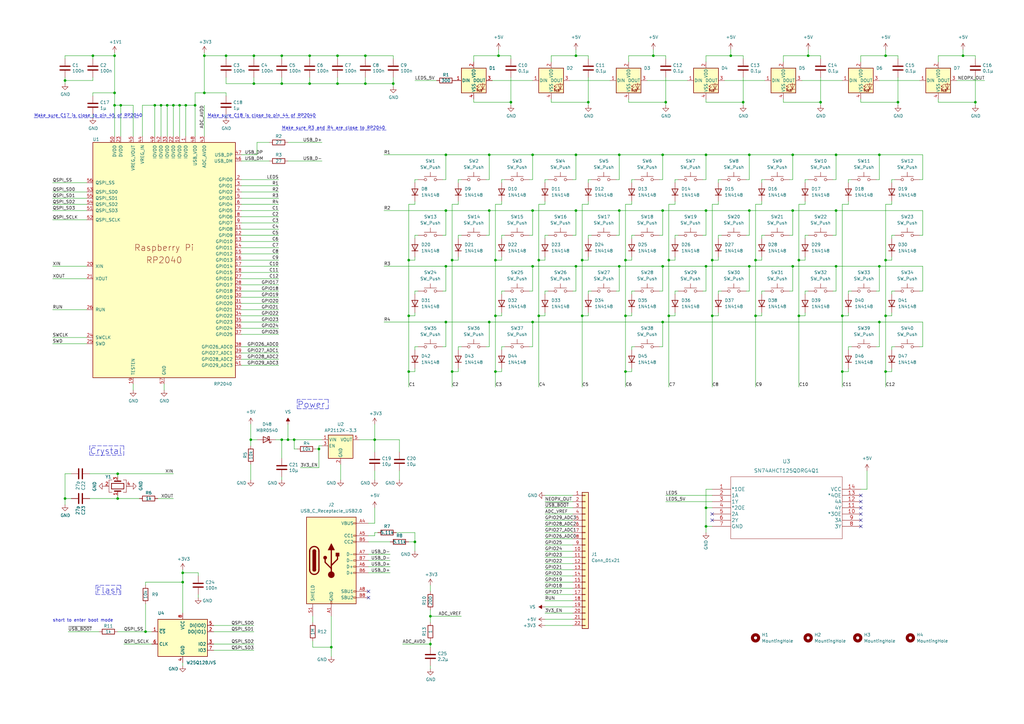
<source format=kicad_sch>
(kicad_sch (version 20211123) (generator eeschema)
  (paper "A3")
  (junction (at 363.22 152.4))
  (junction (at 115.57 22.86))
  (junction (at 200.66 86.36))
  (junction (at 218.44 63.5))
  (junction (at 363.22 22.86))
  (junction (at 80.01 43.18))
  (junction (at 220.98 106.68))
  (junction (at 236.22 22.86))
  (junction (at 149.86 34.29))
  (junction (at 71.12 43.18))
  (junction (at 204.47 22.86))
  (junction (at 182.88 132.08))
  (junction (at 271.78 63.5))
  (junction (at 218.44 109.22))
  (junction (at 176.53 264.16))
  (junction (at 274.32 106.68))
  (junction (at 304.8 41.91))
  (junction (at 209.55 41.91))
  (junction (at 307.34 109.22))
  (junction (at 342.9 63.5))
  (junction (at 220.98 129.54))
  (junction (at 26.67 33.02))
  (junction (at 153.67 180.34))
  (junction (at 292.1 129.54))
  (junction (at 59.69 259.08))
  (junction (at 271.78 132.08))
  (junction (at 83.82 38.1))
  (junction (at 104.14 22.86))
  (junction (at 115.57 180.34))
  (junction (at 289.56 215.9))
  (junction (at 63.5 43.18))
  (junction (at 336.55 41.91))
  (junction (at 345.44 152.4))
  (junction (at 26.67 204.47))
  (junction (at 236.22 109.22))
  (junction (at 68.58 43.18))
  (junction (at 331.47 22.86))
  (junction (at 273.05 41.91))
  (junction (at 48.26 204.47))
  (junction (at 200.66 132.08))
  (junction (at 236.22 86.36))
  (junction (at 309.88 106.68))
  (junction (at 241.3 41.91))
  (junction (at 120.65 180.34))
  (junction (at 48.26 194.31))
  (junction (at 299.72 22.86))
  (junction (at 267.97 22.86))
  (junction (at 342.9 86.36))
  (junction (at 167.64 129.54))
  (junction (at 254 86.36))
  (junction (at 76.2 43.18))
  (junction (at 46.99 43.18))
  (junction (at 360.68 132.08))
  (junction (at 115.57 34.29))
  (junction (at 46.99 38.1))
  (junction (at 49.53 43.18))
  (junction (at 170.18 222.25))
  (junction (at 102.87 180.34))
  (junction (at 236.22 63.5))
  (junction (at 127 22.86))
  (junction (at 176.53 252.73))
  (junction (at 342.9 109.22))
  (junction (at 289.56 109.22))
  (junction (at 327.66 106.68))
  (junction (at 83.82 22.86))
  (junction (at 256.54 106.68))
  (junction (at 271.78 86.36))
  (junction (at 92.71 22.86))
  (junction (at 400.05 41.91))
  (junction (at 289.56 208.28))
  (junction (at 238.76 106.68))
  (junction (at 218.44 132.08))
  (junction (at 167.64 106.68))
  (junction (at 185.42 106.68))
  (junction (at 238.76 129.54))
  (junction (at 327.66 129.54))
  (junction (at 363.22 106.68))
  (junction (at 104.14 34.29))
  (junction (at 256.54 152.4))
  (junction (at 254 109.22))
  (junction (at 345.44 129.54))
  (junction (at 46.99 22.86))
  (junction (at 161.29 34.29))
  (junction (at 254 63.5))
  (junction (at 307.34 86.36))
  (junction (at 325.12 63.5))
  (junction (at 218.44 86.36))
  (junction (at 325.12 86.36))
  (junction (at 309.88 129.54))
  (junction (at 182.88 109.22))
  (junction (at 292.1 106.68))
  (junction (at 394.97 22.86))
  (junction (at 38.1 22.86))
  (junction (at 130.81 184.15))
  (junction (at 185.42 152.4))
  (junction (at 363.22 129.54))
  (junction (at 127 34.29))
  (junction (at 360.68 109.22))
  (junction (at 200.66 63.5))
  (junction (at 138.43 22.86))
  (junction (at 307.34 63.5))
  (junction (at 271.78 109.22))
  (junction (at 182.88 86.36))
  (junction (at 74.93 234.95))
  (junction (at 66.04 43.18))
  (junction (at 135.89 265.43))
  (junction (at 167.64 152.4))
  (junction (at 289.56 63.5))
  (junction (at 73.66 43.18))
  (junction (at 74.93 238.76))
  (junction (at 203.2 152.4))
  (junction (at 360.68 63.5))
  (junction (at 289.56 86.36))
  (junction (at 325.12 109.22))
  (junction (at 274.32 129.54))
  (junction (at 256.54 129.54))
  (junction (at 203.2 129.54))
  (junction (at 368.3 41.91))
  (junction (at 138.43 34.29))
  (junction (at 203.2 106.68))
  (junction (at 182.88 63.5))
  (junction (at 149.86 22.86))
  (junction (at 118.11 180.34))
  (no_connect (at 353.06 208.28))
  (no_connect (at 151.13 242.57))
  (no_connect (at 151.13 245.11))
  (no_connect (at 292.1 213.36))
  (no_connect (at 292.1 210.82))
  (no_connect (at 353.06 215.9))
  (no_connect (at 353.06 203.2))
  (no_connect (at 353.06 210.82))
  (no_connect (at 353.06 205.74))
  (no_connect (at 353.06 213.36))
  (wire (pts (xy 170.18 119.38) (xy 171.45 119.38)))
  (wire (pts (xy 400.05 22.86) (xy 400.05 24.13)))
  (wire (pts (xy 170.18 33.02) (xy 179.07 33.02)))
  (wire (pts (xy 223.52 254) (xy 234.95 254)))
  (wire (pts (xy 115.57 180.34) (xy 115.57 187.96)))
  (wire (pts (xy 21.59 109.22) (xy 35.56 109.22)))
  (wire (pts (xy 223.52 215.9) (xy 234.95 215.9)))
  (wire (pts (xy 99.06 144.78) (xy 114.3 144.78)))
  (wire (pts (xy 238.76 129.54) (xy 241.3 129.54)))
  (wire (pts (xy 360.68 119.38) (xy 360.68 109.22)))
  (wire (pts (xy 182.88 142.24) (xy 182.88 132.08)))
  (wire (pts (xy 238.76 106.68) (xy 241.3 106.68)))
  (wire (pts (xy 359.41 142.24) (xy 360.68 142.24)))
  (wire (pts (xy 21.59 83.82) (xy 35.56 83.82)))
  (wire (pts (xy 49.53 43.18) (xy 46.99 43.18)))
  (wire (pts (xy 330.2 83.82) (xy 327.66 83.82)))
  (wire (pts (xy 153.67 219.71) (xy 153.67 218.44)))
  (wire (pts (xy 66.04 43.18) (xy 68.58 43.18)))
  (polyline (pts (xy 134.62 167.64) (xy 134.62 163.83)))
  (wire (pts (xy 200.66 73.66) (xy 200.66 63.5)))
  (wire (pts (xy 54.61 43.18) (xy 49.53 43.18)))
  (wire (pts (xy 182.88 73.66) (xy 182.88 63.5)))
  (wire (pts (xy 120.65 180.34) (xy 132.08 180.34)))
  (wire (pts (xy 254 119.38) (xy 254 109.22)))
  (wire (pts (xy 54.61 157.48) (xy 54.61 160.02)))
  (wire (pts (xy 347.98 73.66) (xy 349.25 73.66)))
  (wire (pts (xy 292.1 83.82) (xy 292.1 106.68)))
  (wire (pts (xy 384.81 22.86) (xy 394.97 22.86)))
  (wire (pts (xy 267.97 20.32) (xy 267.97 22.86)))
  (wire (pts (xy 325.12 109.22) (xy 342.9 109.22)))
  (wire (pts (xy 276.86 120.65) (xy 276.86 119.38)))
  (wire (pts (xy 289.56 41.91) (xy 304.8 41.91)))
  (wire (pts (xy 127 31.75) (xy 127 34.29)))
  (wire (pts (xy 294.64 82.55) (xy 294.64 83.82)))
  (wire (pts (xy 276.86 74.93) (xy 276.86 73.66)))
  (wire (pts (xy 128.27 262.89) (xy 128.27 265.43)))
  (wire (pts (xy 170.18 83.82) (xy 167.64 83.82)))
  (wire (pts (xy 194.31 25.4) (xy 194.31 22.86)))
  (wire (pts (xy 83.82 22.86) (xy 83.82 38.1)))
  (wire (pts (xy 200.66 142.24) (xy 200.66 132.08)))
  (wire (pts (xy 217.17 142.24) (xy 218.44 142.24)))
  (wire (pts (xy 99.06 124.46) (xy 114.3 124.46)))
  (wire (pts (xy 330.2 105.41) (xy 330.2 106.68)))
  (wire (pts (xy 259.08 151.13) (xy 259.08 152.4)))
  (wire (pts (xy 201.93 33.02) (xy 218.44 33.02)))
  (wire (pts (xy 218.44 63.5) (xy 236.22 63.5)))
  (wire (pts (xy 323.85 73.66) (xy 325.12 73.66)))
  (wire (pts (xy 87.63 256.54) (xy 104.14 256.54)))
  (wire (pts (xy 223.52 243.84) (xy 234.95 243.84)))
  (wire (pts (xy 270.51 142.24) (xy 271.78 142.24)))
  (wire (pts (xy 99.06 121.92) (xy 114.3 121.92)))
  (wire (pts (xy 209.55 31.75) (xy 209.55 41.91)))
  (wire (pts (xy 307.34 109.22) (xy 325.12 109.22)))
  (wire (pts (xy 194.31 40.64) (xy 194.31 41.91)))
  (wire (pts (xy 138.43 22.86) (xy 149.86 22.86)))
  (wire (pts (xy 36.83 194.31) (xy 48.26 194.31)))
  (wire (pts (xy 167.64 83.82) (xy 167.64 106.68)))
  (wire (pts (xy 274.32 106.68) (xy 274.32 129.54)))
  (wire (pts (xy 234.95 119.38) (xy 236.22 119.38)))
  (wire (pts (xy 99.06 106.68) (xy 114.3 106.68)))
  (wire (pts (xy 312.42 119.38) (xy 313.69 119.38)))
  (polyline (pts (xy 39.37 243.84) (xy 49.53 243.84)))
  (wire (pts (xy 48.26 194.31) (xy 71.12 194.31)))
  (wire (pts (xy 274.32 129.54) (xy 274.32 158.75)))
  (polyline (pts (xy 36.83 186.69) (xy 50.8 186.69)))
  (wire (pts (xy 360.68 142.24) (xy 360.68 132.08)))
  (wire (pts (xy 147.32 180.34) (xy 153.67 180.34)))
  (wire (pts (xy 176.53 240.03) (xy 176.53 242.57)))
  (wire (pts (xy 292.1 129.54) (xy 294.64 129.54)))
  (wire (pts (xy 223.52 74.93) (xy 223.52 73.66)))
  (wire (pts (xy 359.41 119.38) (xy 360.68 119.38)))
  (wire (pts (xy 365.76 82.55) (xy 365.76 83.82)))
  (wire (pts (xy 360.68 33.02) (xy 377.19 33.02)))
  (wire (pts (xy 187.96 97.79) (xy 187.96 96.52)))
  (wire (pts (xy 118.11 180.34) (xy 120.65 180.34)))
  (wire (pts (xy 327.66 129.54) (xy 327.66 158.75)))
  (wire (pts (xy 271.78 142.24) (xy 271.78 132.08)))
  (wire (pts (xy 365.76 151.13) (xy 365.76 152.4)))
  (wire (pts (xy 252.73 119.38) (xy 254 119.38)))
  (wire (pts (xy 241.3 73.66) (xy 242.57 73.66)))
  (wire (pts (xy 341.63 73.66) (xy 342.9 73.66)))
  (wire (pts (xy 256.54 152.4) (xy 259.08 152.4)))
  (wire (pts (xy 203.2 106.68) (xy 203.2 129.54)))
  (wire (pts (xy 274.32 83.82) (xy 274.32 106.68)))
  (wire (pts (xy 289.56 208.28) (xy 289.56 215.9)))
  (polyline (pts (xy 85.09 48.26) (xy 129.54 48.26)))
  (wire (pts (xy 297.18 33.02) (xy 313.69 33.02)))
  (wire (pts (xy 99.06 116.84) (xy 114.3 116.84)))
  (wire (pts (xy 304.8 31.75) (xy 304.8 41.91)))
  (wire (pts (xy 68.58 43.18) (xy 71.12 43.18)))
  (wire (pts (xy 185.42 83.82) (xy 185.42 106.68)))
  (wire (pts (xy 80.01 43.18) (xy 80.01 38.1)))
  (wire (pts (xy 321.31 22.86) (xy 331.47 22.86)))
  (wire (pts (xy 74.93 233.68) (xy 74.93 234.95)))
  (wire (pts (xy 365.76 120.65) (xy 365.76 119.38)))
  (wire (pts (xy 153.67 214.63) (xy 153.67 208.28)))
  (wire (pts (xy 176.53 252.73) (xy 189.23 252.73)))
  (wire (pts (xy 323.85 96.52) (xy 325.12 96.52)))
  (wire (pts (xy 312.42 82.55) (xy 312.42 83.82)))
  (wire (pts (xy 157.48 86.36) (xy 182.88 86.36)))
  (wire (pts (xy 330.2 74.93) (xy 330.2 73.66)))
  (wire (pts (xy 394.97 20.32) (xy 394.97 22.86)))
  (wire (pts (xy 99.06 134.62) (xy 114.3 134.62)))
  (wire (pts (xy 26.67 31.75) (xy 26.67 33.02)))
  (wire (pts (xy 259.08 83.82) (xy 256.54 83.82)))
  (wire (pts (xy 330.2 96.52) (xy 331.47 96.52)))
  (wire (pts (xy 99.06 78.74) (xy 114.3 78.74)))
  (wire (pts (xy 102.87 180.34) (xy 102.87 182.88)))
  (wire (pts (xy 252.73 73.66) (xy 254 73.66)))
  (wire (pts (xy 347.98 142.24) (xy 349.25 142.24)))
  (wire (pts (xy 363.22 106.68) (xy 363.22 129.54)))
  (wire (pts (xy 236.22 73.66) (xy 236.22 63.5)))
  (wire (pts (xy 199.39 73.66) (xy 200.66 73.66)))
  (wire (pts (xy 99.06 99.06) (xy 114.3 99.06)))
  (wire (pts (xy 223.52 83.82) (xy 220.98 83.82)))
  (wire (pts (xy 182.88 63.5) (xy 200.66 63.5)))
  (wire (pts (xy 345.44 129.54) (xy 347.98 129.54)))
  (wire (pts (xy 83.82 21.59) (xy 83.82 22.86)))
  (wire (pts (xy 236.22 96.52) (xy 236.22 86.36)))
  (wire (pts (xy 259.08 105.41) (xy 259.08 106.68)))
  (wire (pts (xy 182.88 86.36) (xy 200.66 86.36)))
  (wire (pts (xy 355.6 193.04) (xy 355.6 200.66)))
  (wire (pts (xy 138.43 31.75) (xy 138.43 34.29)))
  (wire (pts (xy 241.3 74.93) (xy 241.3 73.66)))
  (wire (pts (xy 368.3 31.75) (xy 368.3 41.91)))
  (wire (pts (xy 342.9 119.38) (xy 342.9 109.22)))
  (wire (pts (xy 99.06 111.76) (xy 114.3 111.76)))
  (wire (pts (xy 223.52 208.28) (xy 234.95 208.28)))
  (wire (pts (xy 238.76 83.82) (xy 238.76 106.68)))
  (wire (pts (xy 182.88 109.22) (xy 218.44 109.22)))
  (wire (pts (xy 271.78 73.66) (xy 271.78 63.5)))
  (wire (pts (xy 327.66 106.68) (xy 327.66 129.54)))
  (wire (pts (xy 289.56 208.28) (xy 292.1 208.28)))
  (wire (pts (xy 48.26 259.08) (xy 59.69 259.08)))
  (wire (pts (xy 38.1 24.13) (xy 38.1 22.86)))
  (wire (pts (xy 26.67 22.86) (xy 38.1 22.86)))
  (wire (pts (xy 187.96 73.66) (xy 189.23 73.66)))
  (wire (pts (xy 342.9 86.36) (xy 378.46 86.36)))
  (wire (pts (xy 99.06 127) (xy 114.3 127)))
  (wire (pts (xy 360.68 109.22) (xy 378.46 109.22)))
  (wire (pts (xy 163.83 185.42) (xy 163.83 180.34)))
  (wire (pts (xy 161.29 31.75) (xy 161.29 34.29)))
  (wire (pts (xy 341.63 96.52) (xy 342.9 96.52)))
  (wire (pts (xy 205.74 96.52) (xy 207.01 96.52)))
  (wire (pts (xy 312.42 97.79) (xy 312.42 96.52)))
  (wire (pts (xy 223.52 220.98) (xy 234.95 220.98)))
  (wire (pts (xy 238.76 106.68) (xy 238.76 129.54)))
  (wire (pts (xy 289.56 22.86) (xy 299.72 22.86)))
  (wire (pts (xy 48.26 203.2) (xy 48.26 204.47)))
  (wire (pts (xy 270.51 73.66) (xy 271.78 73.66)))
  (wire (pts (xy 365.76 142.24) (xy 367.03 142.24)))
  (wire (pts (xy 394.97 22.86) (xy 400.05 22.86)))
  (wire (pts (xy 223.52 241.3) (xy 234.95 241.3)))
  (wire (pts (xy 257.81 25.4) (xy 257.81 22.86)))
  (wire (pts (xy 99.06 142.24) (xy 114.3 142.24)))
  (wire (pts (xy 289.56 215.9) (xy 292.1 215.9)))
  (wire (pts (xy 365.76 143.51) (xy 365.76 142.24)))
  (wire (pts (xy 347.98 82.55) (xy 347.98 83.82)))
  (wire (pts (xy 26.67 194.31) (xy 26.67 204.47)))
  (wire (pts (xy 345.44 152.4) (xy 347.98 152.4)))
  (wire (pts (xy 67.31 157.48) (xy 67.31 160.02)))
  (wire (pts (xy 92.71 39.37) (xy 92.71 38.1)))
  (wire (pts (xy 241.3 120.65) (xy 241.3 119.38)))
  (wire (pts (xy 167.64 129.54) (xy 167.64 152.4)))
  (wire (pts (xy 223.52 210.82) (xy 234.95 210.82)))
  (wire (pts (xy 130.81 184.15) (xy 130.81 191.77)))
  (wire (pts (xy 99.06 86.36) (xy 114.3 86.36)))
  (wire (pts (xy 226.06 41.91) (xy 241.3 41.91)))
  (wire (pts (xy 151.13 234.95) (xy 160.02 234.95)))
  (wire (pts (xy 271.78 63.5) (xy 289.56 63.5)))
  (wire (pts (xy 378.46 142.24) (xy 378.46 132.08)))
  (wire (pts (xy 259.08 120.65) (xy 259.08 119.38)))
  (wire (pts (xy 289.56 109.22) (xy 307.34 109.22)))
  (wire (pts (xy 115.57 24.13) (xy 115.57 22.86)))
  (wire (pts (xy 276.86 128.27) (xy 276.86 129.54)))
  (wire (pts (xy 327.66 106.68) (xy 330.2 106.68)))
  (wire (pts (xy 307.34 119.38) (xy 307.34 109.22)))
  (wire (pts (xy 73.66 55.88) (xy 73.66 43.18)))
  (wire (pts (xy 130.81 182.88) (xy 132.08 182.88)))
  (wire (pts (xy 182.88 119.38) (xy 182.88 109.22)))
  (wire (pts (xy 35.56 140.97) (xy 21.59 140.97)))
  (wire (pts (xy 105.41 58.42) (xy 110.49 58.42)))
  (wire (pts (xy 360.68 132.08) (xy 378.46 132.08)))
  (wire (pts (xy 365.76 128.27) (xy 365.76 129.54)))
  (wire (pts (xy 163.83 180.34) (xy 153.67 180.34)))
  (wire (pts (xy 99.06 81.28) (xy 114.3 81.28)))
  (wire (pts (xy 205.74 74.93) (xy 205.74 73.66)))
  (wire (pts (xy 118.11 173.99) (xy 118.11 180.34)))
  (wire (pts (xy 199.39 142.24) (xy 200.66 142.24)))
  (wire (pts (xy 241.3 119.38) (xy 242.57 119.38)))
  (wire (pts (xy 223.52 238.76) (xy 234.95 238.76)))
  (wire (pts (xy 105.41 58.42) (xy 105.41 63.5)))
  (wire (pts (xy 135.89 252.73) (xy 135.89 265.43)))
  (wire (pts (xy 321.31 41.91) (xy 336.55 41.91)))
  (wire (pts (xy 223.52 256.54) (xy 234.95 256.54)))
  (wire (pts (xy 392.43 33.02) (xy 403.86 33.02)))
  (wire (pts (xy 217.17 73.66) (xy 218.44 73.66)))
  (wire (pts (xy 99.06 149.86) (xy 114.3 149.86)))
  (wire (pts (xy 199.39 96.52) (xy 200.66 96.52)))
  (wire (pts (xy 289.56 200.66) (xy 289.56 208.28)))
  (wire (pts (xy 218.44 109.22) (xy 236.22 109.22)))
  (wire (pts (xy 377.19 119.38) (xy 378.46 119.38)))
  (polyline (pts (xy 121.92 167.64) (xy 134.62 167.64)))
  (wire (pts (xy 149.86 34.29) (xy 138.43 34.29)))
  (wire (pts (xy 384.81 40.64) (xy 384.81 41.91)))
  (wire (pts (xy 363.22 83.82) (xy 363.22 106.68)))
  (wire (pts (xy 312.42 83.82) (xy 309.88 83.82)))
  (wire (pts (xy 289.56 215.9) (xy 289.56 218.44)))
  (wire (pts (xy 128.27 265.43) (xy 135.89 265.43)))
  (wire (pts (xy 187.96 96.52) (xy 189.23 96.52)))
  (wire (pts (xy 236.22 86.36) (xy 254 86.36)))
  (wire (pts (xy 294.64 96.52) (xy 295.91 96.52)))
  (polyline (pts (xy 115.57 53.34) (xy 158.75 53.34)))
  (wire (pts (xy 63.5 43.18) (xy 66.04 43.18)))
  (wire (pts (xy 58.42 43.18) (xy 63.5 43.18)))
  (wire (pts (xy 151.13 219.71) (xy 153.67 219.71)))
  (wire (pts (xy 170.18 128.27) (xy 170.18 129.54)))
  (wire (pts (xy 363.22 22.86) (xy 368.3 22.86)))
  (wire (pts (xy 256.54 106.68) (xy 256.54 129.54)))
  (wire (pts (xy 363.22 152.4) (xy 365.76 152.4)))
  (wire (pts (xy 218.44 73.66) (xy 218.44 63.5)))
  (wire (pts (xy 309.88 106.68) (xy 312.42 106.68)))
  (wire (pts (xy 241.3 31.75) (xy 241.3 41.91)))
  (wire (pts (xy 273.05 31.75) (xy 273.05 41.91)))
  (wire (pts (xy 26.67 204.47) (xy 26.67 207.01)))
  (wire (pts (xy 259.08 73.66) (xy 260.35 73.66)))
  (wire (pts (xy 218.44 119.38) (xy 218.44 109.22)))
  (wire (pts (xy 48.26 204.47) (xy 57.15 204.47)))
  (wire (pts (xy 73.66 43.18) (xy 76.2 43.18)))
  (wire (pts (xy 92.71 31.75) (xy 92.71 34.29)))
  (wire (pts (xy 223.52 223.52) (xy 234.95 223.52)))
  (wire (pts (xy 83.82 43.18) (xy 83.82 55.88)))
  (wire (pts (xy 321.31 40.64) (xy 321.31 41.91)))
  (wire (pts (xy 104.14 34.29) (xy 92.71 34.29)))
  (wire (pts (xy 400.05 43.18) (xy 400.05 41.91)))
  (wire (pts (xy 254 73.66) (xy 254 63.5)))
  (wire (pts (xy 363.22 152.4) (xy 363.22 158.75)))
  (wire (pts (xy 115.57 22.86) (xy 127 22.86)))
  (wire (pts (xy 309.88 129.54) (xy 309.88 158.75)))
  (wire (pts (xy 259.08 97.79) (xy 259.08 96.52)))
  (wire (pts (xy 218.44 132.08) (xy 271.78 132.08)))
  (wire (pts (xy 63.5 55.88) (xy 63.5 43.18)))
  (wire (pts (xy 71.12 55.88) (xy 71.12 43.18)))
  (wire (pts (xy 138.43 34.29) (xy 127 34.29)))
  (wire (pts (xy 220.98 106.68) (xy 220.98 129.54)))
  (polyline (pts (xy 36.83 182.88) (xy 36.83 186.69)))
  (wire (pts (xy 220.98 83.82) (xy 220.98 106.68)))
  (wire (pts (xy 29.21 204.47) (xy 26.67 204.47)))
  (wire (pts (xy 347.98 128.27) (xy 347.98 129.54)))
  (wire (pts (xy 204.47 22.86) (xy 209.55 22.86)))
  (wire (pts (xy 99.06 137.16) (xy 114.3 137.16)))
  (wire (pts (xy 365.76 96.52) (xy 367.03 96.52)))
  (wire (pts (xy 99.06 66.04) (xy 110.49 66.04)))
  (wire (pts (xy 223.52 119.38) (xy 224.79 119.38)))
  (wire (pts (xy 267.97 22.86) (xy 273.05 22.86)))
  (wire (pts (xy 74.93 271.78) (xy 74.93 273.05)))
  (wire (pts (xy 304.8 22.86) (xy 304.8 24.13)))
  (wire (pts (xy 259.08 96.52) (xy 260.35 96.52)))
  (wire (pts (xy 115.57 180.34) (xy 118.11 180.34)))
  (wire (pts (xy 218.44 86.36) (xy 236.22 86.36)))
  (wire (pts (xy 342.9 63.5) (xy 360.68 63.5)))
  (wire (pts (xy 181.61 96.52) (xy 182.88 96.52)))
  (wire (pts (xy 365.76 105.41) (xy 365.76 106.68)))
  (wire (pts (xy 223.52 213.36) (xy 234.95 213.36)))
  (wire (pts (xy 220.98 129.54) (xy 223.52 129.54)))
  (wire (pts (xy 165.1 264.16) (xy 176.53 264.16)))
  (wire (pts (xy 365.76 74.93) (xy 365.76 73.66)))
  (wire (pts (xy 271.78 109.22) (xy 289.56 109.22)))
  (wire (pts (xy 50.8 264.16) (xy 62.23 264.16)))
  (wire (pts (xy 241.3 43.18) (xy 241.3 41.91)))
  (wire (pts (xy 151.13 214.63) (xy 153.67 214.63)))
  (wire (pts (xy 187.96 142.24) (xy 189.23 142.24)))
  (wire (pts (xy 176.53 250.19) (xy 176.53 252.73)))
  (wire (pts (xy 306.07 96.52) (xy 307.34 96.52)))
  (wire (pts (xy 347.98 119.38) (xy 349.25 119.38)))
  (wire (pts (xy 259.08 82.55) (xy 259.08 83.82)))
  (wire (pts (xy 157.48 132.08) (xy 182.88 132.08)))
  (wire (pts (xy 377.19 142.24) (xy 378.46 142.24)))
  (wire (pts (xy 276.86 82.55) (xy 276.86 83.82)))
  (wire (pts (xy 347.98 74.93) (xy 347.98 73.66)))
  (wire (pts (xy 347.98 120.65) (xy 347.98 119.38)))
  (wire (pts (xy 35.56 114.3) (xy 21.59 114.3)))
  (wire (pts (xy 307.34 96.52) (xy 307.34 86.36)))
  (wire (pts (xy 200.66 86.36) (xy 218.44 86.36)))
  (polyline (pts (xy 49.53 243.84) (xy 49.53 240.03)))
  (wire (pts (xy 104.14 22.86) (xy 115.57 22.86)))
  (wire (pts (xy 176.53 252.73) (xy 176.53 255.27)))
  (polyline (pts (xy 50.8 182.88) (xy 36.83 182.88)))
  (wire (pts (xy 46.99 21.59) (xy 46.99 22.86)))
  (wire (pts (xy 64.77 204.47) (xy 71.12 204.47)))
  (wire (pts (xy 181.61 142.24) (xy 182.88 142.24)))
  (wire (pts (xy 294.64 120.65) (xy 294.64 119.38)))
  (wire (pts (xy 209.55 22.86) (xy 209.55 24.13)))
  (wire (pts (xy 323.85 119.38) (xy 325.12 119.38)))
  (wire (pts (xy 365.76 97.79) (xy 365.76 96.52)))
  (wire (pts (xy 185.42 106.68) (xy 185.42 152.4)))
  (wire (pts (xy 312.42 73.66) (xy 313.69 73.66)))
  (wire (pts (xy 99.06 88.9) (xy 114.3 88.9)))
  (wire (pts (xy 118.11 66.04) (xy 132.08 66.04)))
  (wire (pts (xy 223.52 82.55) (xy 223.52 83.82)))
  (wire (pts (xy 120.65 184.15) (xy 120.65 180.34)))
  (wire (pts (xy 256.54 106.68) (xy 259.08 106.68)))
  (wire (pts (xy 123.19 191.77) (xy 130.81 191.77)))
  (wire (pts (xy 113.03 180.34) (xy 115.57 180.34)))
  (wire (pts (xy 205.74 142.24) (xy 207.01 142.24)))
  (wire (pts (xy 271.78 86.36) (xy 289.56 86.36)))
  (wire (pts (xy 236.22 109.22) (xy 254 109.22)))
  (wire (pts (xy 127 24.13) (xy 127 22.86)))
  (wire (pts (xy 187.96 74.93) (xy 187.96 73.66)))
  (wire (pts (xy 223.52 236.22) (xy 234.95 236.22)))
  (wire (pts (xy 71.12 43.18) (xy 73.66 43.18)))
  (wire (pts (xy 205.74 120.65) (xy 205.74 119.38)))
  (wire (pts (xy 99.06 76.2) (xy 114.3 76.2)))
  (wire (pts (xy 289.56 96.52) (xy 289.56 86.36)))
  (wire (pts (xy 294.64 73.66) (xy 295.91 73.66)))
  (wire (pts (xy 139.7 190.5) (xy 139.7 196.85)))
  (wire (pts (xy 330.2 97.79) (xy 330.2 96.52)))
  (wire (pts (xy 87.63 264.16) (xy 104.14 264.16)))
  (wire (pts (xy 49.53 55.88) (xy 49.53 43.18)))
  (wire (pts (xy 294.64 74.93) (xy 294.64 73.66)))
  (wire (pts (xy 80.01 55.88) (xy 80.01 43.18)))
  (wire (pts (xy 170.18 218.44) (xy 170.18 222.25)))
  (wire (pts (xy 83.82 22.86) (xy 92.71 22.86)))
  (wire (pts (xy 270.51 119.38) (xy 271.78 119.38)))
  (wire (pts (xy 59.69 238.76) (xy 74.93 238.76)))
  (wire (pts (xy 368.3 43.18) (xy 368.3 41.91)))
  (wire (pts (xy 99.06 114.3) (xy 114.3 114.3)))
  (wire (pts (xy 223.52 251.46) (xy 234.95 251.46)))
  (wire (pts (xy 104.14 24.13) (xy 104.14 22.86)))
  (wire (pts (xy 289.56 63.5) (xy 307.34 63.5)))
  (wire (pts (xy 400.05 31.75) (xy 400.05 41.91)))
  (wire (pts (xy 40.64 259.08) (xy 27.94 259.08)))
  (wire (pts (xy 99.06 96.52) (xy 114.3 96.52)))
  (wire (pts (xy 59.69 240.03) (xy 59.69 238.76)))
  (polyline (pts (xy 49.53 240.03) (xy 39.37 240.03)))
  (wire (pts (xy 205.74 73.66) (xy 207.01 73.66)))
  (wire (pts (xy 46.99 22.86) (xy 46.99 38.1)))
  (wire (pts (xy 170.18 120.65) (xy 170.18 119.38)))
  (wire (pts (xy 233.68 33.02) (xy 250.19 33.02)))
  (wire (pts (xy 312.42 128.27) (xy 312.42 129.54)))
  (wire (pts (xy 35.56 74.93) (xy 21.59 74.93)))
  (wire (pts (xy 378.46 119.38) (xy 378.46 109.22)))
  (wire (pts (xy 299.72 20.32) (xy 299.72 22.86)))
  (wire (pts (xy 204.47 20.32) (xy 204.47 22.86)))
  (wire (pts (xy 104.14 31.75) (xy 104.14 34.29)))
  (polyline (pts (xy 50.8 186.69) (xy 50.8 182.88)))
  (wire (pts (xy 205.74 105.41) (xy 205.74 106.68)))
  (wire (pts (xy 223.52 246.38) (xy 234.95 246.38)))
  (wire (pts (xy 151.13 222.25) (xy 160.02 222.25)))
  (wire (pts (xy 307.34 63.5) (xy 325.12 63.5)))
  (wire (pts (xy 167.64 152.4) (xy 167.64 158.75)))
  (wire (pts (xy 151.13 229.87) (xy 160.02 229.87)))
  (wire (pts (xy 276.86 119.38) (xy 278.13 119.38)))
  (wire (pts (xy 378.46 73.66) (xy 378.46 63.5)))
  (wire (pts (xy 167.64 129.54) (xy 170.18 129.54)))
  (wire (pts (xy 205.74 151.13) (xy 205.74 152.4)))
  (wire (pts (xy 149.86 24.13) (xy 149.86 22.86)))
  (wire (pts (xy 128.27 252.73) (xy 128.27 255.27)))
  (wire (pts (xy 347.98 151.13) (xy 347.98 152.4)))
  (polyline (pts (xy 121.92 163.83) (xy 121.92 167.64)))
  (wire (pts (xy 330.2 82.55) (xy 330.2 83.82)))
  (wire (pts (xy 342.9 73.66) (xy 342.9 63.5)))
  (wire (pts (xy 252.73 96.52) (xy 254 96.52)))
  (wire (pts (xy 170.18 82.55) (xy 170.18 83.82)))
  (wire (pts (xy 170.18 143.51) (xy 170.18 142.24)))
  (wire (pts (xy 149.86 34.29) (xy 161.29 34.29)))
  (wire (pts (xy 384.81 41.91) (xy 400.05 41.91)))
  (wire (pts (xy 58.42 55.88) (xy 58.42 43.18)))
  (wire (pts (xy 276.86 97.79) (xy 276.86 96.52)))
  (wire (pts (xy 347.98 143.51) (xy 347.98 142.24)))
  (wire (pts (xy 345.44 129.54) (xy 345.44 152.4)))
  (wire (pts (xy 223.52 128.27) (xy 223.52 129.54)))
  (wire (pts (xy 365.76 119.38) (xy 367.03 119.38)))
  (wire (pts (xy 331.47 20.32) (xy 331.47 22.86)))
  (wire (pts (xy 153.67 173.99) (xy 153.67 180.34)))
  (wire (pts (xy 38.1 33.02) (xy 38.1 31.75)))
  (wire (pts (xy 223.52 105.41) (xy 223.52 106.68)))
  (wire (pts (xy 289.56 25.4) (xy 289.56 22.86)))
  (wire (pts (xy 203.2 83.82) (xy 203.2 106.68)))
  (wire (pts (xy 200.66 63.5) (xy 218.44 63.5)))
  (wire (pts (xy 130.81 184.15) (xy 130.81 182.88)))
  (wire (pts (xy 54.61 55.88) (xy 54.61 43.18)))
  (wire (pts (xy 359.41 73.66) (xy 360.68 73.66)))
  (wire (pts (xy 223.52 120.65) (xy 223.52 119.38)))
  (wire (pts (xy 153.67 180.34) (xy 153.67 185.42)))
  (wire (pts (xy 218.44 142.24) (xy 218.44 132.08)))
  (wire (pts (xy 187.96 83.82) (xy 185.42 83.82)))
  (wire (pts (xy 368.3 22.86) (xy 368.3 24.13)))
  (wire (pts (xy 29.21 194.31) (xy 26.67 194.31)))
  (wire (pts (xy 273.05 43.18) (xy 273.05 41.91)))
  (wire (pts (xy 259.08 128.27) (xy 259.08 129.54)))
  (wire (pts (xy 270.51 96.52) (xy 271.78 96.52)))
  (wire (pts (xy 99.06 83.82) (xy 114.3 83.82)))
  (wire (pts (xy 87.63 266.7) (xy 104.14 266.7)))
  (wire (pts (xy 236.22 119.38) (xy 236.22 109.22)))
  (wire (pts (xy 294.64 105.41) (xy 294.64 106.68)))
  (wire (pts (xy 163.83 193.04) (xy 163.83 196.85)))
  (wire (pts (xy 342.9 96.52) (xy 342.9 86.36)))
  (wire (pts (xy 102.87 180.34) (xy 105.41 180.34)))
  (wire (pts (xy 176.53 265.43) (xy 176.53 264.16)))
  (wire (pts (xy 99.06 129.54) (xy 114.3 129.54)))
  (wire (pts (xy 99.06 93.98) (xy 114.3 93.98)))
  (wire (pts (xy 92.71 22.86) (xy 104.14 22.86)))
  (wire (pts (xy 217.17 96.52) (xy 218.44 96.52)))
  (wire (pts (xy 187.96 105.41) (xy 187.96 106.68)))
  (wire (pts (xy 363.22 129.54) (xy 365.76 129.54)))
  (wire (pts (xy 115.57 195.58) (xy 115.57 196.85)))
  (wire (pts (xy 99.06 132.08) (xy 114.3 132.08)))
  (wire (pts (xy 48.26 195.58) (xy 48.26 194.31)))
  (wire (pts (xy 203.2 129.54) (xy 205.74 129.54)))
  (wire (pts (xy 294.64 119.38) (xy 295.91 119.38)))
  (wire (pts (xy 26.67 33.02) (xy 38.1 33.02)))
  (wire (pts (xy 167.64 106.68) (xy 167.64 129.54)))
  (wire (pts (xy 185.42 152.4) (xy 187.96 152.4)))
  (wire (pts (xy 59.69 259.08) (xy 62.23 259.08)))
  (wire (pts (xy 241.3 97.79) (xy 241.3 96.52)))
  (wire (pts (xy 185.42 152.4) (xy 185.42 158.75)))
  (wire (pts (xy 203.2 129.54) (xy 203.2 152.4)))
  (wire (pts (xy 223.52 248.92) (xy 234.95 248.92)))
  (wire (pts (xy 99.06 104.14) (xy 114.3 104.14)))
  (wire (pts (xy 127 22.86) (xy 138.43 22.86)))
  (wire (pts (xy 115.57 31.75) (xy 115.57 34.29)))
  (wire (pts (xy 205.74 82.55) (xy 205.74 83.82)))
  (wire (pts (xy 121.92 184.15) (xy 120.65 184.15)))
  (wire (pts (xy 194.31 22.86) (xy 204.47 22.86)))
  (wire (pts (xy 138.43 24.13) (xy 138.43 22.86)))
  (wire (pts (xy 153.67 218.44) (xy 154.94 218.44)))
  (wire (pts (xy 271.78 96.52) (xy 271.78 86.36)))
  (wire (pts (xy 220.98 106.68) (xy 223.52 106.68)))
  (wire (pts (xy 353.06 40.64) (xy 353.06 41.91)))
  (wire (pts (xy 312.42 96.52) (xy 313.69 96.52)))
  (wire (pts (xy 276.86 83.82) (xy 274.32 83.82)))
  (wire (pts (xy 200.66 132.08) (xy 218.44 132.08)))
  (wire (pts (xy 205.74 143.51) (xy 205.74 142.24)))
  (wire (pts (xy 157.48 63.5) (xy 182.88 63.5)))
  (wire (pts (xy 273.05 203.2) (xy 292.1 203.2)))
  (wire (pts (xy 218.44 96.52) (xy 218.44 86.36)))
  (wire (pts (xy 26.67 24.13) (xy 26.67 22.86)))
  (wire (pts (xy 234.95 96.52) (xy 236.22 96.52)))
  (wire (pts (xy 294.64 128.27) (xy 294.64 129.54)))
  (wire (pts (xy 170.18 96.52) (xy 171.45 96.52)))
  (wire (pts (xy 299.72 22.86) (xy 304.8 22.86)))
  (wire (pts (xy 35.56 138.43) (xy 21.59 138.43)))
  (wire (pts (xy 46.99 38.1) (xy 46.99 43.18)))
  (wire (pts (xy 353.06 41.91) (xy 368.3 41.91)))
  (wire (pts (xy 223.52 96.52) (xy 224.79 96.52)))
  (wire (pts (xy 161.29 24.13) (xy 161.29 22.86)))
  (wire (pts (xy 325.12 86.36) (xy 342.9 86.36)))
  (wire (pts (xy 276.86 105.41) (xy 276.86 106.68)))
  (wire (pts (xy 353.06 22.86) (xy 363.22 22.86)))
  (wire (pts (xy 327.66 129.54) (xy 330.2 129.54)))
  (wire (pts (xy 35.56 90.17) (xy 21.59 90.17)))
  (wire (pts (xy 81.28 236.22) (xy 81.28 234.95)))
  (wire (pts (xy 102.87 190.5) (xy 102.87 196.85)))
  (wire (pts (xy 289.56 119.38) (xy 289.56 109.22)))
  (wire (pts (xy 292.1 200.66) (xy 289.56 200.66)))
  (wire (pts (xy 223.52 203.2) (xy 234.95 203.2)))
  (wire (pts (xy 167.64 222.25) (xy 170.18 222.25)))
  (wire (pts (xy 80.01 38.1) (xy 83.82 38.1)))
  (wire (pts (xy 36.83 204.47) (xy 48.26 204.47)))
  (wire (pts (xy 306.07 73.66) (xy 307.34 73.66)))
  (wire (pts (xy 203.2 152.4) (xy 205.74 152.4)))
  (wire (pts (xy 59.69 247.65) (xy 59.69 259.08)))
  (wire (pts (xy 273.05 22.86) (xy 273.05 24.13)))
  (wire (pts (xy 271.78 132.08) (xy 360.68 132.08)))
  (wire (pts (xy 259.08 142.24) (xy 260.35 142.24)))
  (wire (pts (xy 187.96 151.13) (xy 187.96 152.4)))
  (wire (pts (xy 342.9 109.22) (xy 360.68 109.22)))
  (wire (pts (xy 288.29 96.52) (xy 289.56 96.52)))
  (wire (pts (xy 187.96 143.51) (xy 187.96 142.24)))
  (wire (pts (xy 238.76 129.54) (xy 238.76 158.75)))
  (wire (pts (xy 223.52 73.66) (xy 224.79 73.66)))
  (wire (pts (xy 336.55 22.86) (xy 336.55 24.13)))
  (wire (pts (xy 21.59 78.74) (xy 35.56 78.74)))
  (wire (pts (xy 187.96 82.55) (xy 187.96 83.82)))
  (wire (pts (xy 176.53 264.16) (xy 176.53 262.89)))
  (wire (pts (xy 363.22 20.32) (xy 363.22 22.86)))
  (wire (pts (xy 325.12 119.38) (xy 325.12 109.22)))
  (wire (pts (xy 167.64 106.68) (xy 170.18 106.68)))
  (wire (pts (xy 99.06 101.6) (xy 114.3 101.6)))
  (wire (pts (xy 377.19 96.52) (xy 378.46 96.52)))
  (wire (pts (xy 99.06 91.44) (xy 114.3 91.44)))
  (wire (pts (xy 220.98 129.54) (xy 220.98 158.75)))
  (wire (pts (xy 236.22 20.32) (xy 236.22 22.86)))
  (wire (pts (xy 271.78 119.38) (xy 271.78 109.22)))
  (wire (pts (xy 194.31 41.91) (xy 209.55 41.91)))
  (wire (pts (xy 170.18 222.25) (xy 170.18 226.06)))
  (wire (pts (xy 292.1 106.68) (xy 292.1 129.54)))
  (wire (pts (xy 365.76 83.82) (xy 363.22 83.82)))
  (wire (pts (xy 257.81 40.64) (xy 257.81 41.91)))
  (wire (pts (xy 309.88 106.68) (xy 309.88 129.54)))
  (wire (pts (xy 21.59 81.28) (xy 35.56 81.28)))
  (wire (pts (xy 353.06 200.66) (xy 355.6 200.66)))
  (wire (pts (xy 254 86.36) (xy 271.78 86.36)))
  (wire (pts (xy 331.47 22.86) (xy 336.55 22.86)))
  (wire (pts (xy 312.42 120.65) (xy 312.42 119.38)))
  (wire (pts (xy 81.28 243.84) (xy 81.28 245.11)))
  (wire (pts (xy 76.2 43.18) (xy 80.01 43.18)))
  (wire (pts (xy 325.12 63.5) (xy 342.9 63.5)))
  (wire (pts (xy 200.66 96.52) (xy 200.66 86.36)))
  (wire (pts (xy 306.07 119.38) (xy 307.34 119.38)))
  (wire (pts (xy 182.88 96.52) (xy 182.88 86.36)))
  (wire (pts (xy 74.93 238.76) (xy 74.93 251.46)))
  (wire (pts (xy 312.42 74.93) (xy 312.42 73.66)))
  (wire (pts (xy 170.18 97.79) (xy 170.18 96.52)))
  (wire (pts (xy 92.71 24.13) (xy 92.71 22.86)))
  (wire (pts (xy 181.61 73.66) (xy 182.88 73.66)))
  (wire (pts (xy 205.74 97.79) (xy 205.74 96.52)))
  (wire (pts (xy 241.3 22.86) (xy 241.3 24.13)))
  (polyline (pts (xy 39.37 240.03) (xy 39.37 243.84)))
  (wire (pts (xy 236.22 63.5) (xy 254 63.5)))
  (wire (pts (xy 256.54 152.4) (xy 256.54 158.75)))
  (wire (pts (xy 330.2 120.65) (xy 330.2 119.38)))
  (wire (pts (xy 330.2 119.38) (xy 331.47 119.38)))
  (wire (pts (xy 205.74 119.38) (xy 207.01 119.38)))
  (wire (pts (xy 129.54 184.15) (xy 130.81 184.15)))
  (wire (pts (xy 223.52 233.68) (xy 234.95 233.68)))
  (wire (pts (xy 99.06 73.66) (xy 114.3 73.66)))
  (wire (pts (xy 309.88 129.54) (xy 312.42 129.54)))
  (wire (pts (xy 292.1 129.54) (xy 292.1 158.75)))
  (wire (pts (xy 289.56 86.36) (xy 307.34 86.36)))
  (wire (pts (xy 151.13 232.41) (xy 160.02 232.41)))
  (wire (pts (xy 223.52 226.06) (xy 234.95 226.06)))
  (wire (pts (xy 341.63 119.38) (xy 342.9 119.38)))
  (wire (pts (xy 99.06 119.38) (xy 114.3 119.38)))
  (wire (pts (xy 360.68 73.66) (xy 360.68 63.5)))
  (wire (pts (xy 203.2 106.68) (xy 205.74 106.68)))
  (wire (pts (xy 256.54 129.54) (xy 256.54 152.4)))
  (wire (pts (xy 170.18 151.13) (xy 170.18 152.4)))
  (wire (pts (xy 161.29 34.29) (xy 161.29 35.56)))
  (wire (pts (xy 274.32 129.54) (xy 276.86 129.54)))
  (wire (pts (xy 241.3 96.52) (xy 242.57 96.52)))
  (wire (pts (xy 170.18 105.41) (xy 170.18 106.68)))
  (wire (pts (xy 99.06 147.32) (xy 114.3 147.32)))
  (wire (pts (xy 363.22 106.68) (xy 365.76 106.68)))
  (wire (pts (xy 363.22 129.54) (xy 363.22 152.4)))
  (wire (pts (xy 170.18 73.66) (xy 171.45 73.66)))
  (wire (pts (xy 66.04 55.88) (xy 66.04 43.18)))
  (wire (pts (xy 226.06 25.4) (xy 226.06 22.86)))
  (wire (pts (xy 259.08 74.93) (xy 259.08 73.66)))
  (wire (pts (xy 289.56 73.66) (xy 289.56 63.5)))
  (wire (pts (xy 81.28 234.95) (xy 74.93 234.95)))
  (wire (pts (xy 327.66 83.82) (xy 327.66 106.68)))
  (wire (pts (xy 378.46 96.52) (xy 378.46 86.36)))
  (wire (pts (xy 254 109.22) (xy 271.78 109.22)))
  (wire (pts (xy 176.53 273.05) (xy 176.53 274.32)))
  (wire (pts (xy 102.87 173.99) (xy 102.87 180.34)))
  (wire (pts (xy 223.52 231.14) (xy 234.95 231.14)))
  (wire (pts (xy 170.18 142.24) (xy 171.45 142.24)))
  (wire (pts (xy 289.56 40.64) (xy 289.56 41.91)))
  (wire (pts (xy 99.06 109.22) (xy 114.3 109.22)))
  (wire (pts (xy 74.93 234.95) (xy 74.93 238.76)))
  (wire (pts (xy 288.29 73.66) (xy 289.56 73.66)))
  (wire (pts (xy 205.74 128.27) (xy 205.74 129.54)))
  (wire (pts (xy 294.64 83.82) (xy 292.1 83.82)))
  (wire (pts (xy 87.63 259.08) (xy 104.14 259.08)))
  (wire (pts (xy 347.98 83.82) (xy 345.44 83.82)))
  (wire (pts (xy 153.67 193.04) (xy 153.67 196.85)))
  (wire (pts (xy 46.99 43.18) (xy 46.99 55.88)))
  (wire (pts (xy 384.81 25.4) (xy 384.81 22.86)))
  (wire (pts (xy 26.67 33.02) (xy 26.67 34.29)))
  (wire (pts (xy 38.1 38.1) (xy 46.99 38.1)))
  (wire (pts (xy 149.86 22.86) (xy 161.29 22.86)))
  (polyline (pts (xy 13.97 48.26) (xy 57.15 48.26)))
  (wire (pts (xy 330.2 73.66) (xy 331.47 73.66)))
  (wire (pts (xy 321.31 25.4) (xy 321.31 22.86)))
  (wire (pts (xy 135.89 265.43) (xy 135.89 269.24)))
  (wire (pts (xy 21.59 86.36) (xy 35.56 86.36)))
  (wire (pts (xy 256.54 129.54) (xy 259.08 129.54)))
  (wire (pts (xy 226.06 40.64) (xy 226.06 41.91)))
  (wire (pts (xy 83.82 38.1) (xy 92.71 38.1)))
  (wire (pts (xy 223.52 97.79) (xy 223.52 96.52)))
  (wire (pts (xy 118.11 58.42) (xy 132.08 58.42)))
  (wire (pts (xy 336.55 31.75) (xy 336.55 41.91)))
  (wire (pts (xy 365.76 73.66) (xy 367.03 73.66)))
  (wire (pts (xy 68.58 55.88) (xy 68.58 43.18)))
  (wire (pts (xy 307.34 86.36) (xy 325.12 86.36)))
  (wire (pts (xy 99.06 63.5) (xy 105.41 63.5)))
  (wire (pts (xy 185.42 106.68) (xy 187.96 106.68)))
  (wire (pts (xy 265.43 33.02) (xy 281.94 33.02)))
  (wire (pts (xy 162.56 218.44) (xy 170.18 218.44)))
  (wire (pts (xy 353.06 25.4) (xy 353.06 22.86)))
  (wire (pts (xy 377.19 73.66) (xy 378.46 73.66)))
  (wire (pts (xy 38.1 22.86) (xy 46.99 22.86)))
  (wire (pts (xy 170.18 74.93) (xy 170.18 73.66)))
  (wire (pts (xy 167.64 152.4) (xy 170.18 152.4)))
  (wire (pts (xy 157.48 109.22) (xy 182.88 109.22)))
  (wire (pts (xy 226.06 22.86) (xy 236.22 22.86)))
  (wire (pts (xy 236.22 22.86) (xy 241.3 22.86)))
  (wire (pts (xy 127 34.29) (xy 115.57 34.29)))
  (wire (pts (xy 149.86 31.75) (xy 149.86 34.29)))
  (wire (pts (xy 223.52 218.44) (xy 234.95 218.44)))
  (wire (pts (xy 241.3 128.27) (xy 241.3 129.54)))
  (wire (pts (xy 205.74 83.82) (xy 203.2 83.82)))
  (polyline (pts (xy 134.62 163.83) (xy 121.92 163.83)))
  (wire (pts (xy 360.68 63.5) (xy 378.46 63.5)))
  (wire (pts (xy 257.81 22.86) (xy 267.97 22.86)))
  (wire (pts (xy 304.8 43.18) (xy 304.8 41.91)))
  (wire (pts (xy 35.56 127) (xy 21.59 127)))
  (wire (pts (xy 276.86 96.52) (xy 278.13 96.52)))
  (wire (pts (xy 325.12 73.66) (xy 325.12 63.5)))
  (wire (pts (xy 257.81 41.91) (xy 273.05 41.91)))
  (wire (pts (xy 328.93 33.02) (xy 345.44 33.02)))
  (wire (pts (xy 241.3 83.82) (xy 238.76 83.82)))
  (wire (pts (xy 288.29 119.38) (xy 289.56 119.38)))
  (wire (pts (xy 274.32 106.68) (xy 276.86 106.68)))
  (wire (pts (xy 254 96.52) (xy 254 86.36)))
  (wire (pts (xy 151.13 227.33) (xy 160.02 227.33)))
  (wire (pts (xy 241.3 105.41) (xy 241.3 106.68)))
  (wire (pts (xy 38.1 46.99) (xy 38.1 48.26)))
  (wire (pts (xy 309.88 83.82) (xy 309.88 106.68)))
  (wire (pts (xy 273.05 205.74) (xy 292.1 205.74)))
  (wire (pts (xy 345.44 83.82) (xy 345.44 129.54)))
  (wire (pts (xy 181.61 119.38) (xy 182.88 119.38)))
  (wire (pts (xy 276.86 73.66) (xy 278.13 73.66)))
  (wire (pts (xy 336.55 43.18) (xy 336.55 41.91)))
  (wire (pts (xy 217.17 119.38) (xy 218.44 119.38)))
  (wire (pts (xy 209.55 43.18) (xy 209.55 41.91)))
  (wire (pts (xy 182.88 132.08) (xy 200.66 132.08)))
  (wire (pts (xy 92.71 46.99) (xy 92.71 48.26)))
  (wire (pts (xy 223.52 228.6) (xy 234.95 228.6)))
  (wire (pts (xy 115.57 34.29) (xy 104.14 34.29)))
  (wire (pts (xy 330.2 128.27) (xy 330.2 129.54)))
  (wire (pts (xy 259.08 119.38) (xy 260.35 119.38)))
  (wire (pts (xy 292.1 106.68) (xy 294.64 106.68)))
  (wire (pts (xy 38.1 39.37) (xy 38.1 38.1)))
  (wire (pts (xy 325.12 96.52) (xy 325.12 86.36)))
  (wire (pts (xy 307.34 73.66) (xy 307.34 63.5)))
  (wire (pts (xy 76.2 43.18) (xy 76.2 55.88)))
  (wire (pts (xy 234.95 73.66) (xy 236.22 73.66)))
  (wire (pts (xy 256.54 83.82) (xy 256.54 106.68)))
  (wire (pts (xy 254 63.5) (xy 271.78 63.5)))
  (wire (pts (xy 294.64 97.79) (xy 294.64 96.52)))
  (wire (pts (xy 203.2 152.4) (xy 203.2 158.75)))
  (wire (pts (xy 259.08 143.51) (xy 259.08 142.24)))
  (wire (pts (xy 312.42 105.41) (xy 312.42 106.68)))
  (wire (pts (xy 241.3 82.55) (xy 241.3 83.82)))
  (wire (pts (xy 345.44 152.4) (xy 345.44 158.75)))
  (wire (pts (xy 223.52 205.74) (xy 234.95 205.74)))
  (text "Crystal" (at 36.83 186.69 0) (effects (font (size 2.54 2.54)) (justify left bottom)))
  (text "Make sure C17 is close to pin 45 of RP2040" (at 13.97 48.26 0) (effects (font (size 1.27 1.27)) (justify left bottom)))
  (text "Make sure C18 is close to pin 44 of RP2040" (at 85.09 48.26 0) (effects (font (size 1.27 1.27)) (justify left bottom)))
  (text "short to enter boot mode" (at 21.59 255.27 0) (effects (font (size 1.27 1.27)) (justify left bottom)))
  (text "Make sure R3 and R4 are close to RP2040" (at 115.57 53.34 0) (effects (font (size 1.27 1.27)) (justify left bottom)))
  (text "Power" (at 121.92 167.64 0) (effects (font (size 2.54 2.54)) (justify left bottom)))
  (text "Flash" (at 39.37 243.84 0) (effects (font (size 2.54 2.54)) (justify left bottom)))
  (label "RUN" (at 21.59 127 0))
  (label "C9" (at 114.3 106.68 180))
  (label "R2" (at 157.48 86.36 0))
  (label "C11" (at 345.44 158.75 0))
  (label "XOUT" (at 21.59 114.3 0))
  (label "NEOPX_OUT" (at 403.86 33.02 180))
  (label "USB_D-" (at 160.02 229.87 180))
  (label "USB_D+" (at 160.02 232.41 180))
  (label "GPIO27_ADC1" (at 223.52 218.44 0))
  (label "XOUT" (at 71.12 204.47 180))
  (label "NEOPX_OUT" (at 223.52 205.74 0))
  (label "GPIO24" (at 114.3 134.62 180))
  (label "ADC_VREF" (at 223.52 210.82 0))
  (label "QSPI_SS" (at 50.8 259.08 0))
  (label "ADC_VREF" (at 189.23 252.73 180))
  (label "QSPI_SD0" (at 21.59 78.74 0))
  (label "C9" (at 309.88 158.75 0))
  (label "R3" (at 114.3 81.28 180))
  (label "GPIO29_ADC3" (at 223.52 213.36 0))
  (label "C7" (at 274.32 158.75 0))
  (label "QSPI_SS" (at 21.59 74.93 0))
  (label "QSPI_SD2" (at 21.59 83.82 0))
  (label "SWD" (at 21.59 140.97 0))
  (label "C6" (at 256.54 158.75 0))
  (label "GPIO19" (at 114.3 121.92 180))
  (label "QSPI_SD0" (at 104.14 256.54 180))
  (label "C3" (at 203.2 158.75 0))
  (label "QSPI_SD1" (at 104.14 259.08 180))
  (label "SWCLK" (at 21.59 138.43 0))
  (label "GPIO17" (at 114.3 116.84 180))
  (label "R3" (at 157.48 109.22 0))
  (label "C8" (at 292.1 158.75 0))
  (label "C3" (at 114.3 91.44 180))
  (label "C11" (at 114.3 111.76 180))
  (label "C10" (at 327.66 158.75 0))
  (label "USB_D+" (at 160.02 234.95 180))
  (label "R4" (at 157.48 132.08 0))
  (label "USB_DP" (at 100.33 63.5 0))
  (label "R1" (at 114.3 76.2 180))
  (label "LEDS" (at 273.05 203.2 0))
  (label "GPIO18" (at 114.3 119.38 180))
  (label "~{USB_BOOT}" (at 27.94 259.08 0))
  (label "GPIO18" (at 223.52 241.3 0))
  (label "C5" (at 114.3 96.52 180))
  (label "ADC_AVDD" (at 83.82 43.18 270))
  (label "USB_D+" (at 132.08 58.42 180))
  (label "C12" (at 363.22 158.75 0))
  (label "GPIO29_ADC3" (at 114.3 149.86 180))
  (label "QSPI_SD2" (at 104.14 264.16 180))
  (label "LEDS_5V" (at 170.18 33.02 0))
  (label "C10" (at 114.3 109.22 180))
  (label "QSPI_SD1" (at 21.59 81.28 0))
  (label "QSPI_SCLK" (at 21.59 90.17 0))
  (label "R2" (at 114.3 78.74 180))
  (label "GPIO28_ADC2" (at 223.52 215.9 0))
  (label "QSPI_SD3" (at 104.14 266.7 180))
  (label "C6" (at 114.3 99.06 180))
  (label "GPIO25" (at 223.52 223.52 0))
  (label "USB_D-" (at 132.08 66.04 180))
  (label "R1" (at 157.48 63.5 0))
  (label "LEDS" (at 114.3 73.66 180))
  (label "C4" (at 114.3 93.98 180))
  (label "C12" (at 114.3 114.3 180))
  (label "GPIO19" (at 223.52 238.76 0))
  (label "C2" (at 114.3 88.9 180))
  (label "C4" (at 220.98 158.75 0))
  (label "GPIO28_ADC2" (at 114.3 147.32 180))
  (label "C1" (at 167.64 158.75 0))
  (label "GPIO20" (at 114.3 124.46 180))
  (label "QSPI_SD3" (at 21.59 86.36 0))
  (label "QSPI_SCLK" (at 50.8 264.16 0))
  (label "ADC_AVDD" (at 165.1 264.16 0))
  (label "C1" (at 114.3 86.36 180))
  (label "R4" (at 114.3 83.82 180))
  (label "GPIO17" (at 223.52 243.84 0))
  (label "USB_D-" (at 160.02 227.33 180))
  (label "USB_DM" (at 100.33 66.04 0))
  (label "3V3_EN" (at 123.19 191.77 0))
  (label "C8" (at 114.3 104.14 180))
  (label "GPIO26_ADC0" (at 114.3 142.24 180))
  (label "GPIO21" (at 114.3 127 180))
  (label "~{USB_BOOT}" (at 223.52 208.28 0))
  (label "GPIO21" (at 223.52 233.68 0))
  (label "GPIO22" (at 223.52 231.14 0))
  (label "GPIO26_ADC0" (at 223.52 220.98 0))
  (label "GPIO23" (at 114.3 132.08 180))
  (label "LEDS_5V" (at 273.05 205.74 0))
  (label "GPIO20" (at 223.52 236.22 0))
  (label "GPIO25" (at 114.3 137.16 180))
  (label "GPIO23" (at 223.52 228.6 0))
  (label "C5" (at 238.76 158.75 0))
  (label "RUN" (at 223.52 246.38 0))
  (label "GPIO27_ADC1" (at 114.3 144.78 180))
  (label "GPIO22" (at 114.3 129.54 180))
  (label "3V3_EN" (at 223.52 251.46 0))
  (label "C7" (at 114.3 101.6 180))
  (label "XIN" (at 21.59 109.22 0))
  (label "C2" (at 185.42 158.75 0))
  (label "GPIO24" (at 223.52 226.06 0))
  (label "XIN" (at 71.12 194.31 180))
  (symbol (lib_id "power:GND") (at 163.83 196.85 0) (unit 1)
    (property "Reference" "#PWR031" (effects hide))
    (property "Value" "GND" (at 160.02 198.12 0))
  )
  (symbol (lib_id "Diode:1N4148") (at 294.64 78.74 90) (unit 1)
    (property "Reference" "D15" (at 297.18 77.4699 90) (effects (justify right)))
    (property "Value" "1N4148" (at 297.18 80.0099 90) (effects (justify right)))
    (property "Footprint" "Diode_THT:D_DO-35_SOD27_P7.62mm_Horizontal" (effects hide))
    (property "Datasheet" "https://assets.nexperia.com/documents/data-sheet/1N4148_1N4448.pdf" (effects hide))
  )
  (symbol (lib_id "power:GND") (at 26.67 207.01 0) (unit 1)
    (property "Reference" "#PWR035" (effects hide))
    (property "Value" "GND" (at 26.797 211.4042 0))
  )
  (symbol (lib_id "power:GND") (at 368.3 43.18 0) (unit 1)
    (property "Reference" "#PWR017" (effects hide))
    (property "Value" "GND" (at 368.427 47.5742 0))
  )
  (symbol (lib_id "power:+5V") (at 236.22 20.32 0) (unit 1)
    (property "Reference" "#PWR02" (effects hide))
    (property "Value" "+5V" (at 236.22 15.24 0))
  )
  (symbol (lib_id "Device:R") (at 102.87 186.69 0) (unit 1)
    (property "Reference" "R5" (at 100.5586 186.69 90))
    (property "Value" "10k" (at 102.87 186.69 90))
    (property "Footprint" "Capacitor_SMD:C_0402_1005Metric" (effects hide))
  )
  (symbol (lib_id "Switch:SW_Push") (at 176.53 73.66 0) (unit 1)
    (property "Reference" "SW1" (at 176.53 66.04 0))
    (property "Value" "SW_Push" (at 176.53 68.58 0))
    (property "Footprint" "Button_Switch_Keyboard:SW_Cherry_MX_1.00u_PCB" (effects hide))
  )
  (symbol (lib_id "Device:C") (at 153.67 189.23 0) (unit 1)
    (property "Reference" "C19" (at 156.591 188.0616 0) (effects (justify left)))
    (property "Value" "10µ" (at 156.591 190.373 0) (effects (justify left)))
    (property "Footprint" "Capacitor_SMD:C_0805_2012Metric" (effects hide))
  )
  (symbol (lib_id "Diode:1N4148") (at 347.98 78.74 90) (unit 1)
    (property "Reference" "D18" (at 350.52 77.4699 90) (effects (justify right)))
    (property "Value" "1N4148" (at 350.52 80.0099 90) (effects (justify right)))
    (property "Footprint" "Diode_THT:D_DO-35_SOD27_P7.62mm_Horizontal" (effects hide))
    (property "Datasheet" "https://assets.nexperia.com/documents/data-sheet/1N4148_1N4448.pdf" (effects hide))
  )
  (symbol (lib_id "Switch:SW_Push") (at 265.43 96.52 0) (unit 1)
    (property "Reference" "SW18" (at 265.43 88.9 0))
    (property "Value" "SW_Push" (at 265.43 91.44 0))
    (property "Footprint" "Button_Switch_Keyboard:SW_Cherry_MX_1.00u_PCB" (effects hide))
  )
  (symbol (lib_id "power:GND") (at 54.61 160.02 0) (unit 1)
    (property "Reference" "#PWR021" (effects hide))
    (property "Value" "GND" (at 54.737 164.4142 0))
  )
  (symbol (lib_id "Diode:1N4148") (at 294.64 101.6 90) (unit 1)
    (property "Reference" "D27" (at 297.18 100.3299 90) (effects (justify right)))
    (property "Value" "1N4148" (at 297.18 102.8699 90) (effects (justify right)))
    (property "Footprint" "Diode_THT:D_DO-35_SOD27_P7.62mm_Horizontal" (effects hide))
    (property "Datasheet" "https://assets.nexperia.com/documents/data-sheet/1N4148_1N4448.pdf" (effects hide))
  )
  (symbol (lib_id "Device:C") (at 138.43 27.94 0) (unit 1)
    (property "Reference" "C7" (at 141.351 26.7716 0) (effects (justify left)))
    (property "Value" "100n" (at 141.351 29.083 0) (effects (justify left)))
    (property "Footprint" "Capacitor_SMD:C_0402_1005Metric" (effects hide))
  )
  (symbol (lib_id "Device:R") (at 44.45 259.08 270) (unit 1)
    (property "Reference" "R11" (at 44.45 256.7686 90))
    (property "Value" "1k" (at 44.45 259.08 90))
    (property "Footprint" "Capacitor_SMD:C_0402_1005Metric" (effects hide))
  )
  (symbol (lib_id "Device:R") (at 60.96 204.47 270) (unit 1)
    (property "Reference" "R6" (at 60.96 202.1586 90))
    (property "Value" "1k" (at 60.96 204.47 90))
    (property "Footprint" "Capacitor_SMD:C_0402_1005Metric" (effects hide))
  )
  (symbol (lib_id "power:+5V") (at 102.87 173.99 0) (unit 1)
    (property "Reference" "#PWR023" (effects hide))
    (property "Value" "+5V" (at 102.87 168.91 0))
  )
  (symbol (lib_id "power:+5V") (at 153.67 208.28 0) (unit 1)
    (property "Reference" "#PWR036" (effects hide))
    (property "Value" "+5V" (at 153.67 203.2 0))
  )
  (symbol (lib_id "Switch:SW_Push") (at 372.11 73.66 0) (unit 1)
    (property "Reference" "SW12" (at 372.11 66.04 0))
    (property "Value" "SW_Push" (at 372.11 68.58 0))
    (property "Footprint" "Button_Switch_Keyboard:SW_Cherry_MX_1.00u_PCB" (effects hide))
  )
  (symbol (lib_id "Diode:1N4148") (at 170.18 101.6 90) (unit 1)
    (property "Reference" "D20" (at 172.72 100.3299 90) (effects (justify right)))
    (property "Value" "1N4148" (at 172.72 102.8699 90) (effects (justify right)))
    (property "Footprint" "Diode_THT:D_DO-35_SOD27_P7.62mm_Horizontal" (effects hide))
    (property "Datasheet" "https://assets.nexperia.com/documents/data-sheet/1N4148_1N4448.pdf" (effects hide))
  )
  (symbol (lib_name "SK6805-EC_8") (lib_id "MCU_RaspberryPi_RP2040:SK6805-EC") (at 257.81 33.02 0) (unit 1)
    (property "Reference" "D3" (at 265.43 27.94 0))
    (property "Value" "SK6805-EC" (effects hide))
    (property "Footprint" "dip:SK6805-EC" (effects hide))
  )
  (symbol (lib_id "Diode:1N4148") (at 205.74 124.46 90) (unit 1)
    (property "Reference" "D32" (at 208.28 123.1899 90) (effects (justify right)))
    (property "Value" "1N4148" (at 208.28 125.7299 90) (effects (justify right)))
    (property "Footprint" "Diode_THT:D_DO-35_SOD27_P7.62mm_Horizontal" (effects hide))
    (property "Datasheet" "https://assets.nexperia.com/documents/data-sheet/1N4148_1N4448.pdf" (effects hide))
  )
  (symbol (lib_id "Device:C") (at 81.28 240.03 0) (unit 1)
    (property "Reference" "C24" (at 84.201 238.8616 0) (effects (justify left)))
    (property "Value" "100n" (at 84.201 241.173 0) (effects (justify left)))
    (property "Footprint" "Capacitor_SMD:C_0402_1005Metric" (effects hide))
  )
  (symbol (lib_id "Regulator_Linear:AP2112K-3.3") (at 139.7 182.88 0) (unit 1)
    (property "Reference" "U2" (at 139.7 173.99 0))
    (property "Value" "AP2112K-3.3" (at 139.7 176.53 0))
    (property "Footprint" "Package_TO_SOT_SMD:SOT-23-5" (effects hide))
    (property "Datasheet" "https://www.diodes.com/assets/Datasheets/AP2112.pdf" (effects hide))
  )
  (symbol (lib_id "Switch:SW_Push") (at 176.53 142.24 0) (unit 1)
    (property "Reference" "SW35" (at 176.53 134.62 0))
    (property "Value" "SW_Push" (at 176.53 137.16 0))
    (property "Footprint" "Button_Switch_Keyboard:SW_Cherry_MX_1.25u_PCB" (effects hide))
  )
  (symbol (lib_id "Switch:SW_Push") (at 247.65 73.66 0) (unit 1)
    (property "Reference" "SW5" (at 247.65 66.04 0))
    (property "Value" "SW_Push" (at 247.65 68.58 0))
    (property "Footprint" "Button_Switch_Keyboard:SW_Cherry_MX_1.00u_PCB" (effects hide))
  )
  (symbol (lib_id "Switch:SW_Push") (at 336.55 96.52 0) (unit 1)
    (property "Reference" "SW22" (at 336.55 88.9 0))
    (property "Value" "SW_Push" (at 336.55 91.44 0))
    (property "Footprint" "Button_Switch_Keyboard:SW_Cherry_MX_1.00u_PCB" (effects hide))
  )
  (symbol (lib_id "Device:C") (at 163.83 189.23 0) (unit 1)
    (property "Reference" "C20" (at 166.751 188.0616 0) (effects (justify left)))
    (property "Value" "10µ" (at 166.751 190.373 0) (effects (justify left)))
    (property "Footprint" "Capacitor_SMD:C_0805_2012Metric" (effects hide))
  )
  (symbol (lib_id "Device:R") (at 114.3 58.42 270) (unit 1)
    (property "Reference" "R2" (at 114.3 55.88 90))
    (property "Value" "27" (at 114.3 58.42 90))
    (property "Footprint" "Capacitor_SMD:C_0402_1005Metric" (effects hide))
  )
  (symbol (lib_id "Device:C") (at 104.14 27.94 0) (unit 1)
    (property "Reference" "C4" (at 107.061 26.7716 0) (effects (justify left)))
    (property "Value" "100n" (at 107.061 29.083 0) (effects (justify left)))
    (property "Footprint" "Capacitor_SMD:C_0402_1005Metric" (effects hide))
  )
  (symbol (lib_id "Mechanical:MountingHole") (at 331.47 261.62 0) (unit 1)
    (property "Reference" "H2" (at 334.01 260.3499 0) (effects (justify left)))
    (property "Value" "MountingHole" (at 334.01 262.8899 0) (effects (justify left)))
    (property "Footprint" "MountingHole:MountingHole_2.2mm_M2_DIN965_Pad" (effects hide))
  )
  (symbol (lib_id "Switch:SW_Push") (at 194.31 142.24 0) (unit 1)
    (property "Reference" "SW36" (at 194.31 134.62 0))
    (property "Value" "SW_Push" (at 194.31 137.16 0))
    (property "Footprint" "Button_Switch_Keyboard:SW_Cherry_MX_1.00u_PCB" (effects hide))
  )
  (symbol (lib_id "Device:C") (at 127 27.94 0) (unit 1)
    (property "Reference" "C6" (at 129.921 26.7716 0) (effects (justify left)))
    (property "Value" "100n" (at 129.921 29.083 0) (effects (justify left)))
    (property "Footprint" "Capacitor_SMD:C_0402_1005Metric" (effects hide))
  )
  (symbol (lib_id "Device:R") (at 182.88 33.02 270) (unit 1)
    (property "Reference" "R1" (at 182.88 30.7086 90))
    (property "Value" "300" (at 182.88 33.02 90))
    (property "Footprint" "Resistor_SMD:R_0603_1608Metric" (effects hide))
  )
  (symbol (lib_id "power:GND") (at 170.18 226.06 0) (unit 1)
    (property "Reference" "#PWR037" (effects hide))
    (property "Value" "GND" (at 166.37 227.33 0))
  )
  (symbol (lib_id "Device:R") (at 114.3 66.04 270) (unit 1)
    (property "Reference" "R3" (at 114.3 63.5 90))
    (property "Value" "27" (at 114.3 66.04 90))
    (property "Footprint" "Capacitor_SMD:C_0402_1005Metric" (effects hide))
  )
  (symbol (lib_id "Device:R") (at 158.75 218.44 270) (unit 1)
    (property "Reference" "R7" (at 158.75 215.9 90))
    (property "Value" "5.11k" (at 158.75 218.44 90))
    (property "Footprint" "Capacitor_SMD:C_0402_1005Metric" (effects hide))
  )
  (symbol (lib_id "Switch:SW_Push") (at 212.09 119.38 0) (unit 1)
    (property "Reference" "SW25" (at 212.09 111.76 0))
    (property "Value" "SW_Push" (at 212.09 114.3 0))
    (property "Footprint" "Button_Switch_Keyboard:SW_Cherry_MX_1.00u_PCB" (effects hide))
  )
  (symbol (lib_id "Device:C") (at 149.86 27.94 0) (unit 1)
    (property "Reference" "C8" (at 152.781 26.7716 0) (effects (justify left)))
    (property "Value" "100n" (at 152.781 29.083 0) (effects (justify left)))
    (property "Footprint" "Capacitor_SMD:C_0402_1005Metric" (effects hide))
  )
  (symbol (lib_id "Switch:SW_Push") (at 247.65 96.52 0) (unit 1)
    (property "Reference" "SW17" (at 247.65 88.9 0))
    (property "Value" "SW_Push" (at 247.65 91.44 0))
    (property "Footprint" "Button_Switch_Keyboard:SW_Cherry_MX_1.00u_PCB" (effects hide))
  )
  (symbol (lib_id "Diode:1N4148") (at 365.76 147.32 90) (unit 1)
    (property "Reference" "D47" (at 368.3 146.0499 90) (effects (justify right)))
    (property "Value" "1N4148" (at 368.3 148.5899 90) (effects (justify right)))
    (property "Footprint" "Diode_THT:D_DO-35_SOD27_P7.62mm_Horizontal" (effects hide))
    (property "Datasheet" "https://assets.nexperia.com/documents/data-sheet/1N4148_1N4448.pdf" (effects hide))
  )
  (symbol (lib_id "Device:C") (at 209.55 27.94 0) (unit 1)
    (property "Reference" "C10" (at 212.471 26.7716 0) (effects (justify left)))
    (property "Value" "0.1µ" (at 212.471 29.083 0) (effects (justify left)))
    (property "Footprint" "Capacitor_SMD:C_0805_2012Metric" (effects hide))
  )
  (symbol (lib_id "Diode:1N4148") (at 170.18 124.46 90) (unit 1)
    (property "Reference" "D31" (at 172.72 123.1899 90) (effects (justify right)))
    (property "Value" "1N4148" (at 172.72 125.7299 90) (effects (justify right)))
    (property "Footprint" "Diode_THT:D_DO-35_SOD27_P7.62mm_Horizontal" (effects hide))
    (property "Datasheet" "https://assets.nexperia.com/documents/data-sheet/1N4148_1N4448.pdf" (effects hide))
  )
  (symbol (lib_id "power:GND") (at 67.31 160.02 0) (unit 1)
    (property "Reference" "#PWR022" (effects hide))
    (property "Value" "GND" (at 67.437 164.4142 0))
  )
  (symbol (lib_id "Device:C") (at 33.02 194.31 270) (unit 1)
    (property "Reference" "C22" (at 34.1884 197.231 0) (effects (justify left)))
    (property "Value" "27p" (at 31.877 197.231 0) (effects (justify left)))
    (property "Footprint" "Capacitor_SMD:C_0402_1005Metric" (effects hide))
  )
  (symbol (lib_id "Diode:1N4148") (at 276.86 78.74 90) (unit 1)
    (property "Reference" "D14" (at 279.4 77.4699 90) (effects (justify right)))
    (property "Value" "1N4148" (at 279.4 80.0099 90) (effects (justify right)))
    (property "Footprint" "Diode_THT:D_DO-35_SOD27_P7.62mm_Horizontal" (effects hide))
    (property "Datasheet" "https://assets.nexperia.com/documents/data-sheet/1N4148_1N4448.pdf" (effects hide))
  )
  (symbol (lib_name "SK6805-EC_7") (lib_id "MCU_RaspberryPi_RP2040:SK6805-EC") (at 226.06 33.02 0) (unit 1)
    (property "Reference" "D2" (at 233.68 27.94 0))
    (property "Value" "SK6805-EC" (effects hide))
    (property "Footprint" "dip:SK6805-EC" (effects hide))
  )
  (symbol (lib_id "power:GND") (at 38.1 48.26 0) (unit 1)
    (property "Reference" "#PWR019" (effects hide))
    (property "Value" "GND" (at 38.227 52.6542 0))
  )
  (symbol (lib_id "Device:C") (at 304.8 27.94 0) (unit 1)
    (property "Reference" "C13" (at 307.721 26.7716 0) (effects (justify left)))
    (property "Value" "0.1µ" (at 307.721 29.083 0) (effects (justify left)))
    (property "Footprint" "Capacitor_SMD:C_0805_2012Metric" (effects hide))
  )
  (symbol (lib_id "power:GND") (at 304.8 43.18 0) (unit 1)
    (property "Reference" "#PWR015" (effects hide))
    (property "Value" "GND" (at 304.927 47.5742 0))
  )
  (symbol (lib_id "Switch:SW_Push") (at 300.99 73.66 0) (unit 1)
    (property "Reference" "SW8" (at 300.99 66.04 0))
    (property "Value" "SW_Push" (at 300.99 68.58 0))
    (property "Footprint" "Button_Switch_Keyboard:SW_Cherry_MX_1.00u_PCB" (effects hide))
  )
  (symbol (lib_id "power:+5V") (at 223.52 254 90) (unit 1)
    (property "Reference" "#PWR042" (effects hide))
    (property "Value" "+5V" (at 215.9 254 90) (effects (justify right)))
  )
  (symbol (lib_id "Diode:1N4148") (at 223.52 124.46 90) (unit 1)
    (property "Reference" "D33" (at 226.06 123.1899 90) (effects (justify right)))
    (property "Value" "1N4148" (at 226.06 125.7299 90) (effects (justify right)))
    (property "Footprint" "Diode_THT:D_DO-35_SOD27_P7.62mm_Horizontal" (effects hide))
    (property "Datasheet" "https://assets.nexperia.com/documents/data-sheet/1N4148_1N4448.pdf" (effects hide))
  )
  (symbol (lib_id "Switch:SW_Push") (at 265.43 73.66 0) (unit 1)
    (property "Reference" "SW6" (at 265.43 66.04 0))
    (property "Value" "SW_Push" (at 265.43 68.58 0))
    (property "Footprint" "Button_Switch_Keyboard:SW_Cherry_MX_1.00u_PCB" (effects hide))
  )
  (symbol (lib_id "Device:C") (at 26.67 27.94 0) (unit 1)
    (property "Reference" "C1" (at 29.591 26.7716 0) (effects (justify left)))
    (property "Value" "100n" (at 29.591 29.083 0) (effects (justify left)))
    (property "Footprint" "Capacitor_SMD:C_0402_1005Metric" (effects hide))
  )
  (symbol (lib_id "Switch:SW_Push") (at 336.55 73.66 0) (unit 1)
    (property "Reference" "SW10" (at 336.55 66.04 0))
    (property "Value" "SW_Push" (at 336.55 68.58 0))
    (property "Footprint" "Button_Switch_Keyboard:SW_Cherry_MX_1.00u_PCB" (effects hide))
  )
  (symbol (lib_id "Diode:1N4148") (at 276.86 101.6 90) (unit 1)
    (property "Reference" "D26" (at 279.4 100.3299 90) (effects (justify right)))
    (property "Value" "1N4148" (at 279.4 102.8699 90) (effects (justify right)))
    (property "Footprint" "Diode_THT:D_DO-35_SOD27_P7.62mm_Horizontal" (effects hide))
    (property "Datasheet" "https://assets.nexperia.com/documents/data-sheet/1N4148_1N4448.pdf" (effects hide))
  )
  (symbol (lib_id "power:+5V") (at 204.47 20.32 0) (unit 1)
    (property "Reference" "#PWR01" (effects hide))
    (property "Value" "+5V" (at 204.47 15.24 0))
  )
  (symbol (lib_id "Diode:1N4148") (at 330.2 101.6 90) (unit 1)
    (property "Reference" "D29" (at 332.74 100.3299 90) (effects (justify right)))
    (property "Value" "1N4148" (at 332.74 102.8699 90) (effects (justify right)))
    (property "Footprint" "Diode_THT:D_DO-35_SOD27_P7.62mm_Horizontal" (effects hide))
    (property "Datasheet" "https://assets.nexperia.com/documents/data-sheet/1N4148_1N4448.pdf" (effects hide))
  )
  (symbol (lib_id "Switch:SW_Push") (at 176.53 96.52 0) (unit 1)
    (property "Reference" "SW13" (at 176.53 88.9 0))
    (property "Value" "SW_Push" (at 176.53 91.44 0))
    (property "Footprint" "Button_Switch_Keyboard:SW_Cherry_MX_1.25u_PCB" (effects hide))
  )
  (symbol (lib_id "Diode:1N4148") (at 312.42 101.6 90) (unit 1)
    (property "Reference" "D28" (at 314.96 100.3299 90) (effects (justify right)))
    (property "Value" "1N4148" (at 314.96 102.8699 90) (effects (justify right)))
    (property "Footprint" "Diode_THT:D_DO-35_SOD27_P7.62mm_Horizontal" (effects hide))
    (property "Datasheet" "https://assets.nexperia.com/documents/data-sheet/1N4148_1N4448.pdf" (effects hide))
  )
  (symbol (lib_id "power:+3V3") (at 74.93 233.68 0) (unit 1)
    (property "Reference" "#PWR038" (effects hide))
    (property "Value" "+3V3" (at 75.311 229.2858 0))
  )
  (symbol (lib_id "Switch:SW_Push") (at 318.77 119.38 0) (unit 1)
    (property "Reference" "SW31" (at 318.77 111.76 0))
    (property "Value" "SW_Push" (at 318.77 114.3 0))
    (property "Footprint" "Button_Switch_Keyboard:SW_Cherry_MX_1.00u_PCB" (effects hide))
  )
  (symbol (lib_id "Switch:SW_Push") (at 372.11 96.52 0) (unit 1)
    (property "Reference" "SW23" (at 372.11 88.9 0))
    (property "Value" "SW_Push" (at 372.11 91.44 0))
    (property "Footprint" "Button_Switch_Keyboard:SW_Cherry_MX_1.75u_PCB" (effects hide))
  )
  (symbol (lib_id "power:GND") (at 223.52 203.2 270) (unit 1)
    (property "Reference" "#PWR034" (effects hide))
    (property "Value" "GND" (at 218.44 203.2 90))
  )
  (symbol (lib_id "Diode:1N4148") (at 276.86 124.46 90) (unit 1)
    (property "Reference" "D36" (at 279.4 123.1899 90) (effects (justify right)))
    (property "Value" "1N4148" (at 279.4 125.7299 90) (effects (justify right)))
    (property "Footprint" "Diode_THT:D_DO-35_SOD27_P7.62mm_Horizontal" (effects hide))
    (property "Datasheet" "https://assets.nexperia.com/documents/data-sheet/1N4148_1N4448.pdf" (effects hide))
  )
  (symbol (lib_id "power:GND") (at 74.93 273.05 0) (unit 1)
    (property "Reference" "#PWR045" (effects hide))
    (property "Value" "GND" (at 71.12 274.32 0))
  )
  (symbol (lib_id "power:GND") (at 241.3 43.18 0) (unit 1)
    (property "Reference" "#PWR013" (effects hide))
    (property "Value" "GND" (at 241.427 47.5742 0))
  )
  (symbol (lib_id "Diode:1N4148") (at 312.42 124.46 90) (unit 1)
    (property "Reference" "D38" (at 314.96 123.1899 90) (effects (justify right)))
    (property "Value" "1N4148" (at 314.96 125.7299 90) (effects (justify right)))
    (property "Footprint" "Diode_THT:D_DO-35_SOD27_P7.62mm_Horizontal" (effects hide))
    (property "Datasheet" "https://assets.nexperia.com/documents/data-sheet/1N4148_1N4448.pdf" (effects hide))
  )
  (symbol (lib_id "Device:C") (at 368.3 27.94 0) (unit 1)
    (property "Reference" "C15" (at 371.221 26.7716 0) (effects (justify left)))
    (property "Value" "0.1µ" (at 371.221 29.083 0) (effects (justify left)))
    (property "Footprint" "Capacitor_SMD:C_0805_2012Metric" (effects hide))
  )
  (symbol (lib_id "Device:C") (at 92.71 43.18 0) (unit 1)
    (property "Reference" "C18" (at 95.631 42.0116 0) (effects (justify left)))
    (property "Value" "1µ" (at 95.631 44.323 0) (effects (justify left)))
    (property "Footprint" "Capacitor_SMD:C_0402_1005Metric" (effects hide))
  )
  (symbol (lib_name "SK6805-EC_8") (lib_id "MCU_RaspberryPi_RP2040:SK6805-EC") (at 353.06 33.02 0) (unit 1)
    (property "Reference" "D6" (at 360.68 27.94 0))
    (property "Value" "SK6805-EC" (effects hide))
    (property "Footprint" "dip:SK6805-EC" (effects hide))
  )
  (symbol (lib_id "power:+5V") (at 394.97 20.32 0) (unit 1)
    (property "Reference" "#PWR07" (effects hide))
    (property "Value" "+5V" (at 394.97 15.24 0))
  )
  (symbol (lib_id "power:GND") (at 53.34 199.39 90) (unit 1)
    (property "Reference" "#PWR033" (effects hide))
    (property "Value" "GND" (at 57.7342 199.263 0))
  )
  (symbol (lib_id "Diode:1N4148") (at 312.42 78.74 90) (unit 1)
    (property "Reference" "D16" (at 314.96 77.4699 90) (effects (justify right)))
    (property "Value" "1N4148" (at 314.96 80.0099 90) (effects (justify right)))
    (property "Footprint" "Diode_THT:D_DO-35_SOD27_P7.62mm_Horizontal" (effects hide))
    (property "Datasheet" "https://assets.nexperia.com/documents/data-sheet/1N4148_1N4448.pdf" (effects hide))
  )
  (symbol (lib_id "Device:C") (at 336.55 27.94 0) (unit 1)
    (property "Reference" "C14" (at 339.471 26.7716 0) (effects (justify left)))
    (property "Value" "0.1µ" (at 339.471 29.083 0) (effects (justify left)))
    (property "Footprint" "Capacitor_SMD:C_0805_2012Metric" (effects hide))
  )
  (symbol (lib_id "Device:C") (at 176.53 269.24 0) (unit 1)
    (property "Reference" "C25" (at 179.451 268.0716 0) (effects (justify left)))
    (property "Value" "2.2µ" (at 179.451 270.383 0) (effects (justify left)))
    (property "Footprint" "Capacitor_SMD:C_0402_1005Metric" (effects hide))
  )
  (symbol (lib_id "Diode:1N4148") (at 330.2 124.46 90) (unit 1)
    (property "Reference" "D39" (at 332.74 123.1899 90) (effects (justify right)))
    (property "Value" "1N4148" (at 332.74 125.7299 90) (effects (justify right)))
    (property "Footprint" "Diode_THT:D_DO-35_SOD27_P7.62mm_Horizontal" (effects hide))
    (property "Datasheet" "https://assets.nexperia.com/documents/data-sheet/1N4148_1N4448.pdf" (effects hide))
  )
  (symbol (lib_id "Switch:SW_Push") (at 318.77 73.66 0) (unit 1)
    (property "Reference" "SW9" (at 318.77 66.04 0))
    (property "Value" "SW_Push" (at 318.77 68.58 0))
    (property "Footprint" "Button_Switch_Keyboard:SW_Cherry_MX_1.00u_PCB" (effects hide))
  )
  (symbol (lib_id "power:GND") (at 153.67 196.85 0) (unit 1)
    (property "Reference" "#PWR030" (effects hide))
    (property "Value" "GND" (at 149.86 198.12 0))
  )
  (symbol (lib_id "Diode:1N4148") (at 187.96 78.74 90) (unit 1)
    (property "Reference" "D9" (at 190.5 77.4699 90) (effects (justify right)))
    (property "Value" "1N4148" (at 190.5 80.0099 90) (effects (justify right)))
    (property "Footprint" "Diode_THT:D_DO-35_SOD27_P7.62mm_Horizontal" (effects hide))
    (property "Datasheet" "https://assets.nexperia.com/documents/data-sheet/1N4148_1N4448.pdf" (effects hide))
  )
  (symbol (lib_id "Device:C") (at 115.57 27.94 0) (unit 1)
    (property "Reference" "C5" (at 118.491 26.7716 0) (effects (justify left)))
    (property "Value" "100n" (at 118.491 29.083 0) (effects (justify left)))
    (property "Footprint" "Capacitor_SMD:C_0402_1005Metric" (effects hide))
  )
  (symbol (lib_id "Switch:SW_Push") (at 300.99 119.38 0) (unit 1)
    (property "Reference" "SW30" (at 300.99 111.76 0))
    (property "Value" "SW_Push" (at 300.99 114.3 0))
    (property "Footprint" "Button_Switch_Keyboard:SW_Cherry_MX_1.00u_PCB" (effects hide))
  )
  (symbol (lib_id "Switch:SW_Push") (at 283.21 96.52 0) (unit 1)
    (property "Reference" "SW19" (at 283.21 88.9 0))
    (property "Value" "SW_Push" (at 283.21 91.44 0))
    (property "Footprint" "Button_Switch_Keyboard:SW_Cherry_MX_1.00u_PCB" (effects hide))
  )
  (symbol (lib_id "power:+5V") (at 363.22 20.32 0) (unit 1)
    (property "Reference" "#PWR06" (effects hide))
    (property "Value" "+5V" (at 363.22 15.24 0))
  )
  (symbol (lib_id "Diode:1N4148") (at 205.74 78.74 90) (unit 1)
    (property "Reference" "D10" (at 208.28 77.4699 90) (effects (justify right)))
    (property "Value" "1N4148" (at 208.28 80.0099 90) (effects (justify right)))
    (property "Footprint" "Diode_THT:D_DO-35_SOD27_P7.62mm_Horizontal" (effects hide))
    (property "Datasheet" "https://assets.nexperia.com/documents/data-sheet/1N4148_1N4448.pdf" (effects hide))
  )
  (symbol (lib_id "Diode:MBR0540") (at 109.22 180.34 180) (unit 1)
    (property "Reference" "D48" (at 109.5375 173.99 0))
    (property "Value" "MBR0540" (at 109.5375 176.53 0))
    (property "Footprint" "Diode_SMD:D_SOD-123" (effects hide))
    (property "Datasheet" "http://www.mccsemi.com/up_pdf/MBR0520~MBR0580(SOD123).pdf" (effects hide))
  )
  (symbol (lib_id "Diode:1N4148") (at 187.96 101.6 90) (unit 1)
    (property "Reference" "D21" (at 190.5 100.3299 90) (effects (justify right)))
    (property "Value" "1N4148" (at 190.5 102.8699 90) (effects (justify right)))
    (property "Footprint" "Diode_THT:D_DO-35_SOD27_P7.62mm_Horizontal" (effects hide))
    (property "Datasheet" "https://assets.nexperia.com/documents/data-sheet/1N4148_1N4448.pdf" (effects hide))
  )
  (symbol (lib_id "power:GND") (at 92.71 48.26 0) (unit 1)
    (property "Reference" "#PWR020" (effects hide))
    (property "Value" "GND" (at 92.837 52.6542 0))
  )
  (symbol (lib_id "Diode:1N4148") (at 223.52 101.6 90) (unit 1)
    (property "Reference" "D23" (at 226.06 100.3299 90) (effects (justify right)))
    (property "Value" "1N4148" (at 226.06 102.8699 90) (effects (justify right)))
    (property "Footprint" "Diode_THT:D_DO-35_SOD27_P7.62mm_Horizontal" (effects hide))
    (property "Datasheet" "https://assets.nexperia.com/documents/data-sheet/1N4148_1N4448.pdf" (effects hide))
  )
  (symbol (lib_id "power:+3V3") (at 153.67 173.99 0) (unit 1)
    (property "Reference" "#PWR025" (effects hide))
    (property "Value" "+3V3" (at 154.051 169.5958 0))
  )
  (symbol (lib_id "Switch:SW_Push") (at 283.21 73.66 0) (unit 1)
    (property "Reference" "SW7" (at 283.21 66.04 0))
    (property "Value" "SW_Push" (at 283.21 68.58 0))
    (property "Footprint" "Button_Switch_Keyboard:SW_Cherry_MX_1.00u_PCB" (effects hide))
  )
  (symbol (lib_id "Device:R") (at 163.83 222.25 270) (unit 1)
    (property "Reference" "R8" (at 163.83 219.71 90))
    (property "Value" "5.11k" (at 163.83 222.25 90))
    (property "Footprint" "Capacitor_SMD:C_0402_1005Metric" (effects hide))
  )
  (symbol (lib_id "Switch:SW_Push") (at 229.87 73.66 0) (unit 1)
    (property "Reference" "SW4" (at 229.87 66.04 0))
    (property "Value" "SW_Push" (at 229.87 68.58 0))
    (property "Footprint" "Button_Switch_Keyboard:SW_Cherry_MX_1.00u_PCB" (effects hide))
  )
  (symbol (lib_id "Device:C") (at 38.1 27.94 0) (unit 1)
    (property "Reference" "C2" (at 41.021 26.7716 0) (effects (justify left)))
    (property "Value" "100n" (at 41.021 29.083 0) (effects (justify left)))
    (property "Footprint" "Capacitor_SMD:C_0402_1005Metric" (effects hide))
  )
  (symbol (lib_id "Switch:SW_Push") (at 336.55 119.38 0) (unit 1)
    (property "Reference" "SW32" (at 336.55 111.76 0))
    (property "Value" "SW_Push" (at 336.55 114.3 0))
    (property "Footprint" "Button_Switch_Keyboard:SW_Cherry_MX_1.00u_PCB" (effects hide))
  )
  (symbol (lib_id "Device:R") (at 125.73 184.15 270) (unit 1)
    (property "Reference" "R4" (at 125.73 181.8386 90))
    (property "Value" "10k" (at 125.73 184.15 90))
    (property "Footprint" "Capacitor_SMD:C_0402_1005Metric" (effects hide))
  )
  (symbol (lib_id "Switch:SW_Push") (at 176.53 119.38 0) (unit 1)
    (property "Reference" "SW24" (at 176.53 111.76 0))
    (property "Value" "SW_Push" (at 176.53 114.3 0))
    (property "Footprint" "Button_Switch_Keyboard:SW_Cherry_MX_1.75u_PCB" (effects hide))
  )
  (symbol (lib_id "Diode:1N4148") (at 365.76 101.6 90) (unit 1)
    (property "Reference" "D30" (at 368.3 100.3299 90) (effects (justify right)))
    (property "Value" "1N4148" (at 368.3 102.8699 90) (effects (justify right)))
    (property "Footprint" "Diode_THT:D_DO-35_SOD27_P7.62mm_Horizontal" (effects hide))
    (property "Datasheet" "https://assets.nexperia.com/documents/data-sheet/1N4148_1N4448.pdf" (effects hide))
  )
  (symbol (lib_id "Switch:SW_Push") (at 194.31 73.66 0) (unit 1)
    (property "Reference" "SW2" (at 194.31 66.04 0))
    (property "Value" "SW_Push" (at 194.31 68.58 0))
    (property "Footprint" "Button_Switch_Keyboard:SW_Cherry_MX_1.00u_PCB" (effects hide))
  )
  (symbol (lib_id "Diode:1N4148") (at 187.96 147.32 90) (unit 1)
    (property "Reference" "D43" (at 190.5 146.0499 90) (effects (justify right)))
    (property "Value" "1N4148" (at 190.5 148.5899 90) (effects (justify right)))
    (property "Footprint" "Diode_THT:D_DO-35_SOD27_P7.62mm_Horizontal" (effects hide))
    (property "Datasheet" "https://assets.nexperia.com/documents/data-sheet/1N4148_1N4448.pdf" (effects hide))
  )
  (symbol (lib_id "Mechanical:MountingHole") (at 373.38 261.62 0) (unit 1)
    (property "Reference" "H4" (at 375.92 260.3499 0) (effects (justify left)))
    (property "Value" "MountingHole" (at 375.92 262.8899 0) (effects (justify left)))
    (property "Footprint" "MountingHole:MountingHole_2.2mm_M2_DIN965_Pad" (effects hide))
  )
  (symbol (lib_id "power:+5V") (at 355.6 193.04 0) (unit 1)
    (property "Reference" "#PWR026" (effects hide))
    (property "Value" "+5V" (at 355.6 187.96 0))
  )
  (symbol (lib_id "Diode:1N4148") (at 294.64 124.46 90) (unit 1)
    (property "Reference" "D37" (at 297.18 123.1899 90) (effects (justify right)))
    (property "Value" "1N4148" (at 297.18 125.7299 90) (effects (justify right)))
    (property "Footprint" "Diode_THT:D_DO-35_SOD27_P7.62mm_Horizontal" (effects hide))
    (property "Datasheet" "https://assets.nexperia.com/documents/data-sheet/1N4148_1N4448.pdf" (effects hide))
  )
  (symbol (lib_id "power:+3V3") (at 176.53 240.03 0) (unit 1)
    (property "Reference" "#PWR039" (effects hide))
    (property "Value" "+3V3" (at 176.911 235.6358 0))
  )
  (symbol (lib_id "Switch:SW_Push") (at 212.09 73.66 0) (unit 1)
    (property "Reference" "SW3" (at 212.09 66.04 0))
    (property "Value" "SW_Push" (at 212.09 68.58 0))
    (property "Footprint" "Button_Switch_Keyboard:SW_Cherry_MX_1.00u_PCB" (effects hide))
  )
  (symbol (lib_id "power:GND") (at 26.67 34.29 0) (unit 1)
    (property "Reference" "#PWR010" (effects hide))
    (property "Value" "GND" (at 26.797 38.6842 0))
  )
  (symbol (lib_id "Diode:1N4148") (at 205.74 101.6 90) (unit 1)
    (property "Reference" "D22" (at 208.28 100.3299 90) (effects (justify right)))
    (property "Value" "1N4148" (at 208.28 102.8699 90) (effects (justify right)))
    (property "Footprint" "Diode_THT:D_DO-35_SOD27_P7.62mm_Horizontal" (effects hide))
    (property "Datasheet" "https://assets.nexperia.com/documents/data-sheet/1N4148_1N4448.pdf" (effects hide))
  )
  (symbol (lib_id "Device:C") (at 161.29 27.94 0) (unit 1)
    (property "Reference" "C9" (at 164.211 26.7716 0) (effects (justify left)))
    (property "Value" "100n" (at 164.211 29.083 0) (effects (justify left)))
    (property "Footprint" "Capacitor_SMD:C_0402_1005Metric" (effects hide))
  )
  (symbol (lib_id "Device:C") (at 273.05 27.94 0) (unit 1)
    (property "Reference" "C12" (at 275.971 26.7716 0) (effects (justify left)))
    (property "Value" "0.1µ" (at 275.971 29.083 0) (effects (justify left)))
    (property "Footprint" "Capacitor_SMD:C_0805_2012Metric" (effects hide))
  )
  (symbol (lib_id "Diode:1N4148") (at 241.3 78.74 90) (unit 1)
    (property "Reference" "D12" (at 243.84 77.4699 90) (effects (justify right)))
    (property "Value" "1N4148" (at 243.84 80.0099 90) (effects (justify right)))
    (property "Footprint" "Diode_THT:D_DO-35_SOD27_P7.62mm_Horizontal" (effects hide))
    (property "Datasheet" "https://assets.nexperia.com/documents/data-sheet/1N4148_1N4448.pdf" (effects hide))
  )
  (symbol (lib_id "Diode:1N4148") (at 205.74 147.32 90) (unit 1)
    (property "Reference" "D44" (at 208.28 146.0499 90) (effects (justify right)))
    (property "Value" "1N4148" (at 208.28 148.5899 90) (effects (justify right)))
    (property "Footprint" "Diode_THT:D_DO-35_SOD27_P7.62mm_Horizontal" (effects hide))
    (property "Datasheet" "https://assets.nexperia.com/documents/data-sheet/1N4148_1N4448.pdf" (effects hide))
  )
  (symbol (lib_id "Device:R") (at 176.53 246.38 0) (unit 1)
    (property "Reference" "R10" (at 173.99 246.38 90))
    (property "Value" "200" (at 176.53 246.38 90))
    (property "Footprint" "Capacitor_SMD:C_0402_1005Metric" (effects hide))
  )
  (symbol (lib_id "Device:C") (at 92.71 27.94 0) (unit 1)
    (property "Reference" "C3" (at 95.631 26.7716 0) (effects (justify left)))
    (property "Value" "100n" (at 95.631 29.083 0) (effects (justify left)))
    (property "Footprint" "Capacitor_SMD:C_0402_1005Metric" (effects hide))
  )
  (symbol (lib_id "Diode:1N4148") (at 259.08 147.32 90) (unit 1)
    (property "Reference" "D45" (at 261.62 146.0499 90) (effects (justify right)))
    (property "Value" "1N4148" (at 261.62 148.5899 90) (effects (justify right)))
    (property "Footprint" "Diode_THT:D_DO-35_SOD27_P7.62mm_Horizontal" (effects hide))
    (property "Datasheet" "https://assets.nexperia.com/documents/data-sheet/1N4148_1N4448.pdf" (effects hide))
  )
  (symbol (lib_id "power:VS") (at 118.11 173.99 0) (unit 1)
    (property "Reference" "#PWR024" (effects hide))
    (property "Value" "VS" (at 118.11 168.91 0))
  )
  (symbol (lib_id "Device:R") (at 128.27 259.08 180) (unit 1)
    (property "Reference" "R12" (at 132.08 259.08 0))
    (property "Value" "1M" (at 128.27 259.08 90))
    (property "Footprint" "Capacitor_SMD:C_0402_1005Metric" (effects hide))
  )
  (symbol (lib_id "Switch:SW_Push") (at 354.33 142.24 0) (unit 1)
    (property "Reference" "SW39" (at 354.33 134.62 0))
    (property "Value" "SW_Push" (at 354.33 137.16 0))
    (property "Footprint" "Button_Switch_Keyboard:SW_Cherry_MX_1.25u_PCB" (effects hide))
  )
  (symbol (lib_id "Switch:SW_Push") (at 212.09 142.24 0) (unit 1)
    (property "Reference" "SW37" (at 212.09 134.62 0))
    (property "Value" "SW_Push" (at 212.09 137.16 0))
    (property "Footprint" "Button_Switch_Keyboard:SW_Cherry_MX_1.00u_PCB" (effects hide))
  )
  (symbol (lib_id "Diode:1N4148") (at 365.76 124.46 90) (unit 1)
    (property "Reference" "D41" (at 368.3 123.1899 90) (effects (justify right)))
    (property "Value" "1N4148" (at 368.3 125.7299 90) (effects (justify right)))
    (property "Footprint" "Diode_THT:D_DO-35_SOD27_P7.62mm_Horizontal" (effects hide))
    (property "Datasheet" "https://assets.nexperia.com/documents/data-sheet/1N4148_1N4448.pdf" (effects hide))
  )
  (symbol (lib_id "Device:Crystal_GND24") (at 48.26 199.39 90) (unit 1)
    (property "Reference" "Y1" (at 44.45 195.58 90))
    (property "Value" "Crystal_GND24" (effects hide))
    (property "Footprint" "Crystal:Crystal_SMD_3225-4Pin_3.2x2.5mm" (effects hide))
  )
  (symbol (lib_id "Switch:SW_Push") (at 300.99 96.52 0) (unit 1)
    (property "Reference" "SW20" (at 300.99 88.9 0))
    (property "Value" "SW_Push" (at 300.99 91.44 0))
    (property "Footprint" "Button_Switch_Keyboard:SW_Cherry_MX_1.00u_PCB" (effects hide))
  )
  (symbol (lib_id "power:GND") (at 81.28 245.11 0) (unit 1)
    (property "Reference" "#PWR040" (effects hide))
    (property "Value" "GND" (at 85.09 246.38 0))
  )
  (symbol (lib_id "Switch:SW_Push") (at 283.21 119.38 0) (unit 1)
    (property "Reference" "SW29" (at 283.21 111.76 0))
    (property "Value" "SW_Push" (at 283.21 114.3 0))
    (property "Footprint" "Button_Switch_Keyboard:SW_Cherry_MX_1.00u_PCB" (effects hide))
  )
  (symbol (lib_id "power:GND") (at 115.57 196.85 0) (unit 1)
    (property "Reference" "#PWR028" (effects hide))
    (property "Value" "GND" (at 111.76 198.12 0))
  )
  (symbol (lib_id "Mechanical:MountingHole") (at 309.88 261.62 0) (unit 1)
    (property "Reference" "H1" (at 312.42 260.3499 0) (effects (justify left)))
    (property "Value" "MountingHole" (at 312.42 262.8899 0) (effects (justify left)))
    (property "Footprint" "MountingHole:MountingHole_2.2mm_M2_DIN965_Pad" (effects hide))
  )
  (symbol (lib_id "Switch:SW_Push") (at 318.77 96.52 0) (unit 1)
    (property "Reference" "SW21" (at 318.77 88.9 0))
    (property "Value" "SW_Push" (at 318.77 91.44 0))
    (property "Footprint" "Button_Switch_Keyboard:SW_Cherry_MX_1.00u_PCB" (effects hide))
  )
  (symbol (lib_id "Diode:1N4148") (at 330.2 78.74 90) (unit 1)
    (property "Reference" "D17" (at 332.74 77.4699 90) (effects (justify right)))
    (property "Value" "1N4148" (at 332.74 80.0099 90) (effects (justify right)))
    (property "Footprint" "Diode_THT:D_DO-35_SOD27_P7.62mm_Horizontal" (effects hide))
    (property "Datasheet" "https://assets.nexperia.com/documents/data-sheet/1N4148_1N4448.pdf" (effects hide))
  )
  (symbol (lib_id "MCU_RaspberryPi_RP2040:SK6805-EC") (at 194.31 33.02 0) (unit 1)
    (property "Reference" "D1" (at 201.93 27.94 0))
    (property "Value" "SK6805-EC" (effects hide))
    (property "Footprint" "dip:SK6805-EC" (effects hide))
  )
  (symbol (lib_id "Device:C") (at 400.05 27.94 0) (unit 1)
    (property "Reference" "C16" (at 402.971 26.7716 0) (effects (justify left)))
    (property "Value" "0.1µ" (at 402.971 29.083 0) (effects (justify left)))
    (property "Footprint" "Capacitor_SMD:C_0805_2012Metric" (effects hide))
  )
  (symbol (lib_id "Device:R") (at 176.53 259.08 0) (unit 1)
    (property "Reference" "R13" (at 173.99 259.08 90))
    (property "Value" "1" (at 176.53 259.08 90))
    (property "Footprint" "Capacitor_SMD:C_0402_1005Metric" (effects hide))
  )
  (symbol (lib_id "power:GND") (at 289.56 218.44 0) (unit 1)
    (property "Reference" "#PWR0101" (effects hide))
    (property "Value" "GND" (at 289.56 223.52 90))
  )
  (symbol (lib_id "power:+5V") (at 331.47 20.32 0) (unit 1)
    (property "Reference" "#PWR05" (effects hide))
    (property "Value" "+5V" (at 331.47 15.24 0))
  )
  (symbol (lib_id "Diode:1N4148") (at 170.18 78.74 90) (unit 1)
    (property "Reference" "D8" (at 172.72 77.4699 90) (effects (justify right)))
    (property "Value" "1N4148" (at 172.72 80.0099 90) (effects (justify right)))
    (property "Footprint" "Diode_THT:D_DO-35_SOD27_P7.62mm_Horizontal" (effects hide))
    (property "Datasheet" "https://assets.nexperia.com/documents/data-sheet/1N4148_1N4448.pdf" (effects hide))
  )
  (symbol (lib_id "Switch:SW_Push") (at 247.65 119.38 0) (unit 1)
    (property "Reference" "SW27" (at 247.65 111.76 0))
    (property "Value" "SW_Push" (at 247.65 114.3 0))
    (property "Footprint" "Button_Switch_Keyboard:SW_Cherry_MX_1.00u_PCB" (effects hide))
  )
  (symbol (lib_id "Diode:1N4148") (at 241.3 101.6 90) (unit 1)
    (property "Reference" "D24" (at 243.84 100.3299 90) (effects (justify right)))
    (property "Value" "1N4148" (at 243.84 102.8699 90) (effects (justify right)))
    (property "Footprint" "Diode_THT:D_DO-35_SOD27_P7.62mm_Horizontal" (effects hide))
    (property "Datasheet" "https://assets.nexperia.com/documents/data-sheet/1N4148_1N4448.pdf" (effects hide))
  )
  (symbol (lib_id "Switch:SW_Push") (at 372.11 142.24 0) (unit 1)
    (property "Reference" "SW40" (at 372.11 134.62 0))
    (property "Value" "SW_Push" (at 372.11 137.16 0))
    (property "Footprint" "Button_Switch_Keyboard:SW_Cherry_MX_1.25u_PCB" (effects hide))
  )
  (symbol (lib_id "Switch:SW_Push") (at 229.87 96.52 0) (unit 1)
    (property "Reference" "SW16" (at 229.87 88.9 0))
    (property "Value" "SW_Push" (at 229.87 91.44 0))
    (property "Footprint" "Button_Switch_Keyboard:SW_Cherry_MX_1.00u_PCB" (effects hide))
  )
  (symbol (lib_id "power:GND") (at 43.18 199.39 270) (unit 1)
    (property "Reference" "#PWR032" (effects hide))
    (property "Value" "GND" (at 38.7858 199.517 0))
  )
  (symbol (lib_id "power:GND") (at 102.87 196.85 0) (unit 1)
    (property "Reference" "#PWR027" (effects hide))
    (property "Value" "GND" (at 99.06 198.12 0))
  )
  (symbol (lib_id "power:+1V1") (at 46.99 21.59 0) (unit 1)
    (property "Reference" "#PWR08" (effects hide))
    (property "Value" "+1V1" (at 47.371 17.1958 0))
  )
  (symbol (lib_id "Diode:1N4148") (at 259.08 101.6 90) (unit 1)
    (property "Reference" "D25" (at 261.62 100.3299 90) (effects (justify right)))
    (property "Value" "1N4148" (at 261.62 102.8699 90) (effects (justify right)))
    (property "Footprint" "Diode_THT:D_DO-35_SOD27_P7.62mm_Horizontal" (effects hide))
    (property "Datasheet" "https://assets.nexperia.com/documents/data-sheet/1N4148_1N4448.pdf" (effects hide))
  )
  (symbol (lib_id "Switch:SW_Push") (at 229.87 119.38 0) (unit 1)
    (property "Reference" "SW26" (at 229.87 111.76 0))
    (property "Value" "SW_Push" (at 229.87 114.3 0))
    (property "Footprint" "Button_Switch_Keyboard:SW_Cherry_MX_1.00u_PCB" (effects hide))
  )
  (symbol (lib_id "Device:C") (at 241.3 27.94 0) (unit 1)
    (property "Reference" "C11" (at 244.221 26.7716 0) (effects (justify left)))
    (property "Value" "0.1µ" (at 244.221 29.083 0) (effects (justify left)))
    (property "Footprint" "Capacitor_SMD:C_0805_2012Metric" (effects hide))
  )
  (symbol (lib_id "Connector_Generic:Conn_01x22") (at 240.03 228.6 0) (unit 1)
    (property "Reference" "J1" (at 242.57 227.3299 0) (effects (justify left)))
    (property "Value" "Conn_01x21" (at 242.57 229.8699 0) (effects (justify left)))
    (property "Footprint" "Connector_PinHeader_1.00mm:PinHeader_1x22_P1.00mm_Horizontal" (effects hide))
  )
  (symbol (lib_id "power:+5V") (at 299.72 20.32 0) (unit 1)
    (property "Reference" "#PWR04" (effects hide))
    (property "Value" "+5V" (at 299.72 15.24 0))
  )
  (symbol (lib_id "power:GND") (at 336.55 43.18 0) (unit 1)
    (property "Reference" "#PWR016" (effects hide))
    (property "Value" "GND" (at 336.677 47.5742 0))
  )
  (symbol (lib_id "Switch:SW_Push") (at 265.43 142.24 0) (unit 1)
    (property "Reference" "SW38" (at 265.43 134.62 0))
    (property "Value" "SW_Push" (at 265.43 137.16 0))
    (property "Footprint" "Button_Switch_Keyboard:SW_Cherry_MX_6.25u_PCB" (effects hide))
  )
  (symbol (lib_id "power:GND") (at 209.55 43.18 0) (unit 1)
    (property "Reference" "#PWR012" (effects hide))
    (property "Value" "GND" (at 209.677 47.5742 0))
  )
  (symbol (lib_id "power:+5V") (at 267.97 20.32 0) (unit 1)
    (property "Reference" "#PWR03" (effects hide))
    (property "Value" "+5V" (at 267.97 15.24 0))
  )
  (symbol (lib_id "power:GND") (at 161.29 35.56 0) (unit 1)
    (property "Reference" "#PWR011" (effects hide))
    (property "Value" "GND" (at 161.417 39.9542 0))
  )
  (symbol (lib_id "Switch:SW_Push") (at 372.11 119.38 0) (unit 1)
    (property "Reference" "SW34" (at 372.11 111.76 0))
    (property "Value" "SW_Push" (at 372.11 114.3 0))
    (property "Footprint" "Button_Switch_Keyboard:SW_Cherry_MX_1.00u_PCB" (effects hide))
  )
  (symbol (lib_id "Diode:1N4148") (at 223.52 78.74 90) (unit 1)
    (property "Reference" "D11" (at 226.06 77.4699 90) (effects (justify right)))
    (property "Value" "1N4148" (at 226.06 80.0099 90) (effects (justify right)))
    (property "Footprint" "Diode_THT:D_DO-35_SOD27_P7.62mm_Horizontal" (effects hide))
    (property "Datasheet" "https://assets.nexperia.com/documents/data-sheet/1N4148_1N4448.pdf" (effects hide))
  )
  (symbol (lib_id "power:GND") (at 135.89 269.24 0) (unit 1)
    (property "Reference" "#PWR044" (effects hide))
    (property "Value" "GND" (at 132.08 270.51 0))
  )
  (symbol (lib_id "Connector:USB_C_Receptacle_USB2.0") (at 135.89 229.87 0) (unit 1)
    (property "Reference" "J2" (at 135.89 207.01 0))
    (property "Value" "USB_C_Receptacle_USB2.0" (at 135.89 209.55 0))
    (property "Footprint" "Connector_USB:USB_C_Receptacle_HRO_TYPE-C-31-M-12" (effects hide))
    (property "Datasheet" "https://www.usb.org/sites/default/files/documents/usb_type-c.zip" (effects hide))
  )
  (symbol (lib_id "power:GND") (at 139.7 196.85 0) (unit 1)
    (property "Reference" "#PWR029" (effects hide))
    (property "Value" "GND" (at 135.89 198.12 0))
  )
  (symbol (lib_id "MCU_RaspberryPi_RP2040:RP2040") (at 67.31 106.68 0) (unit 1)
    (property "Reference" "U1" (at 39.37 57.15 0))
    (property "Value" "RP2040" (at 91.44 157.48 0))
    (property "Footprint" "RP2040_minimal:RP2040-QFN-56" (effects hide))
  )
  (symbol (lib_id "Diode:1N4148") (at 259.08 124.46 90) (unit 1)
    (property "Reference" "D35" (at 261.62 123.1899 90) (effects (justify right)))
    (property "Value" "1N4148" (at 261.62 125.7299 90) (effects (justify right)))
    (property "Footprint" "Diode_THT:D_DO-35_SOD27_P7.62mm_Horizontal" (effects hide))
    (property "Datasheet" "https://assets.nexperia.com/documents/data-sheet/1N4148_1N4448.pdf" (effects hide))
  )
  (symbol (lib_id "Diode:1N4148") (at 347.98 147.32 90) (unit 1)
    (property "Reference" "D46" (at 350.52 146.0499 90) (effects (justify right)))
    (property "Value" "1N4148" (at 350.52 148.5899 90) (effects (justify right)))
    (property "Footprint" "Diode_THT:D_DO-35_SOD27_P7.62mm_Horizontal" (effects hide))
    (property "Datasheet" "https://assets.nexperia.com/documents/data-sheet/1N4148_1N4448.pdf" (effects hide))
  )
  (symbol (lib_id "Device:R") (at 59.69 243.84 0) (unit 1)
    (property "Reference" "R9" (at 62.23 243.84 0) (effects (justify left)))
    (property "Value" "10k" (at 59.69 243.84 90))
    (property "Footprint" "Capacitor_SMD:C_0402_1005Metric" (effects hide))
  )
  (symbol (lib_name "SK6805-EC_8") (lib_id "MCU_RaspberryPi_RP2040:SK6805-EC") (at 384.81 33.02 0) (unit 1)
    (property "Reference" "D7" (at 392.43 27.94 0))
    (property "Value" "SK6805-EC" (effects hide))
    (property "Footprint" "dip:SK6805-EC" (effects hide))
  )
  (symbol (lib_name "SK6805-EC_8") (lib_id "MCU_RaspberryPi_RP2040:SK6805-EC") (at 289.56 33.02 0) (unit 1)
    (property "Reference" "D4" (at 297.18 27.94 0))
    (property "Value" "SK6805-EC" (effects hide))
    (property "Footprint" "dip:SK6805-EC" (effects hide))
  )
  (symbol (lib_id "power:GND") (at 400.05 43.18 0) (unit 1)
    (property "Reference" "#PWR018" (effects hide))
    (property "Value" "GND" (at 400.177 47.5742 0))
  )
  (symbol (lib_id "power:VS") (at 223.52 248.92 90) (unit 1)
    (property "Reference" "#PWR041" (effects hide))
    (property "Value" "VS" (at 217.17 248.92 90) (effects (justify right)))
  )
  (symbol (lib_id "Diode:1N4148") (at 241.3 124.46 90) (unit 1)
    (property "Reference" "D34" (at 243.84 123.1899 90) (effects (justify right)))
    (property "Value" "1N4148" (at 243.84 125.7299 90) (effects (justify right)))
    (property "Footprint" "Diode_THT:D_DO-35_SOD27_P7.62mm_Horizontal" (effects hide))
    (property "Datasheet" "https://assets.nexperia.com/documents/data-sheet/1N4148_1N4448.pdf" (effects hide))
  )
  (symbol (lib_id "Device:C") (at 115.57 191.77 0) (unit 1)
    (property "Reference" "C21" (at 118.491 190.6016 0) (effects (justify left)))
    (property "Value" "10µ" (at 118.491 192.913 0) (effects (justify left)))
    (property "Footprint" "Capacitor_SMD:C_0805_2012Metric" (effects hide))
  )
  (symbol (lib_id "2022-05-06_03-58-36:SN74AHCT125QDRG4Q1") (at 292.1 200.66 0) (unit 1)
    (property "Reference" "U3" (at 322.58 189.23 0) (effects (font (size 1.524 1.524))))
    (property "Value" "SN74AHCT125QDRG4Q1" (at 322.58 193.04 0) (effects (font (size 1.524 1.524))))
    (property "Footprint" "dip:SN74AHCT125QDRG4Q1" (effects hide))
  )
  (symbol (lib_id "Diode:1N4148") (at 365.76 78.74 90) (unit 1)
    (property "Reference" "D19" (at 368.3 77.4699 90) (effects (justify right)))
    (property "Value" "1N4148" (at 368.3 80.0099 90) (effects (justify right)))
    (property "Footprint" "Diode_THT:D_DO-35_SOD27_P7.62mm_Horizontal" (effects hide))
    (property "Datasheet" "https://assets.nexperia.com/documents/data-sheet/1N4148_1N4448.pdf" (effects hide))
  )
  (symbol (lib_id "power:GND") (at 176.53 274.32 0) (unit 1)
    (property "Reference" "#PWR046" (effects hide))
    (property "Value" "GND" (at 176.657 278.7142 0))
  )
  (symbol (lib_id "Switch:SW_Push") (at 194.31 96.52 0) (unit 1)
    (property "Reference" "SW14" (at 194.31 88.9 0))
    (property "Value" "SW_Push" (at 194.31 91.44 0))
    (property "Footprint" "Button_Switch_Keyboard:SW_Cherry_MX_1.00u_PCB" (effects hide))
  )
  (symbol (lib_id "Diode:1N4148") (at 259.08 78.74 90) (unit 1)
    (property "Reference" "D13" (at 261.62 77.4699 90) (effects (justify right)))
    (property "Value" "1N4148" (at 261.62 80.0099 90) (effects (justify right)))
    (property "Footprint" "Diode_THT:D_DO-35_SOD27_P7.62mm_Horizontal" (effects hide))
    (property "Datasheet" "https://assets.nexperia.com/documents/data-sheet/1N4148_1N4448.pdf" (effects hide))
  )
  (symbol (lib_id "power:+3V3") (at 223.52 256.54 90) (unit 1)
    (property "Reference" "#PWR043" (effects hide))
    (property "Value" "+3V3" (at 217.17 256.54 90))
  )
  (symbol (lib_id "power:GND") (at 273.05 43.18 0) (unit 1)
    (property "Reference" "#PWR014" (effects hide))
    (property "Value" "GND" (at 273.177 47.5742 0))
  )
  (symbol (lib_id "Switch:SW_Push") (at 212.09 96.52 0) (unit 1)
    (property "Reference" "SW15" (at 212.09 88.9 0))
    (property "Value" "SW_Push" (at 212.09 91.44 0))
    (property "Footprint" "Button_Switch_Keyboard:SW_Cherry_MX_1.00u_PCB" (effects hide))
  )
  (symbol (lib_id "Switch:SW_Push") (at 354.33 119.38 0) (unit 1)
    (property "Reference" "SW33" (at 354.33 111.76 0))
    (property "Value" "SW_Push" (at 354.33 114.3 0))
    (property "Footprint" "Button_Switch_Keyboard:SW_Cherry_MX_1.25u_PCB" (effects hide))
  )
  (symbol (lib_id "Mechanical:MountingHole") (at 351.79 261.62 0) (unit 1)
    (property "Reference" "H3" (at 354.33 260.3499 0) (effects (justify left)))
    (property "Value" "MountingHole" (at 354.33 262.8899 0) (effects (justify left)))
    (property "Footprint" "MountingHole:MountingHole_2.2mm_M2_DIN965_Pad" (effects hide))
  )
  (symbol (lib_id "Switch:SW_Push") (at 265.43 119.38 0) (unit 1)
    (property "Reference" "SW28" (at 265.43 111.76 0))
    (property "Value" "SW_Push" (at 265.43 114.3 0))
    (property "Footprint" "Button_Switch_Keyboard:SW_Cherry_MX_1.00u_PCB" (effects hide))
  )
  (symbol (lib_id "Memory_Flash:W25Q128JVS") (at 74.93 261.62 0) (unit 1)
    (property "Reference" "U4" (at 66.04 251.46 0))
    (property "Value" "W25Q128JVS" (at 82.55 271.78 0))
    (property "Footprint" "Package_SO:SOIC-8_5.23x5.23mm_P1.27mm" (effects hide))
    (property "Datasheet" "http://www.winbond.com/resource-files/w25q128jv_dtr%20revc%2003272018%20plus.pdf" (effects hide))
  )
  (symbol (lib_id "Diode:1N4148") (at 170.18 147.32 90) (unit 1)
    (property "Reference" "D42" (at 172.72 146.0499 90) (effects (justify right)))
    (property "Value" "1N4148" (at 172.72 148.5899 90) (effects (justify right)))
    (property "Footprint" "Diode_THT:D_DO-35_SOD27_P7.62mm_Horizontal" (effects hide))
    (property "Datasheet" "https://assets.nexperia.com/documents/data-sheet/1N4148_1N4448.pdf" (effects hide))
  )
  (symbol (lib_id "Diode:1N4148") (at 347.98 124.46 90) (unit 1)
    (property "Reference" "D40" (at 350.52 123.1899 90) (effects (justify right)))
    (property "Value" "1N4148" (at 350.52 125.7299 90) (effects (justify right)))
    (property "Footprint" "Diode_THT:D_DO-35_SOD27_P7.62mm_Horizontal" (effects hide))
    (property "Datasheet" "https://assets.nexperia.com/documents/data-sheet/1N4148_1N4448.pdf" (effects hide))
  )
  (symbol (lib_name "SK6805-EC_8") (lib_id "MCU_RaspberryPi_RP2040:SK6805-EC") (at 321.31 33.02 0) (unit 1)
    (property "Reference" "D5" (at 328.93 27.94 0))
    (property "Value" "SK6805-EC" (effects hide))
    (property "Footprint" "dip:SK6805-EC" (effects hide))
  )
  (symbol (lib_id "power:+3V3") (at 83.82 21.59 0) (unit 1)
    (property "Reference" "#PWR09" (effects hide))
    (property "Value" "+3V3" (at 84.201 17.1958 0))
  )
  (symbol (lib_id "Device:C") (at 33.02 204.47 270) (unit 1)
    (property "Reference" "C23" (at 34.1884 207.391 0) (effects (justify left)))
    (property "Value" "27p" (at 31.877 207.391 0) (effects (justify left)))
    (property "Footprint" "Capacitor_SMD:C_0402_1005Metric" (effects hide))
  )
  (symbol (lib_id "Device:C") (at 38.1 43.18 0) (unit 1)
    (property "Reference" "C17" (at 41.021 42.0116 0) (effects (justify left)))
    (property "Value" "1µ" (at 41.021 44.323 0) (effects (justify left)))
    (property "Footprint" "Capacitor_SMD:C_0402_1005Metric" (effects hide))
  )
  (symbol (lib_id "Switch:SW_Push") (at 354.33 73.66 0) (unit 1)
    (property "Reference" "SW11" (at 354.33 66.04 0))
    (property "Value" "SW_Push" (at 354.33 68.58 0))
    (property "Footprint" "Button_Switch_Keyboard:SW_Cherry_MX_1.00u_PCB" (effects hide))
  )
)
</source>
